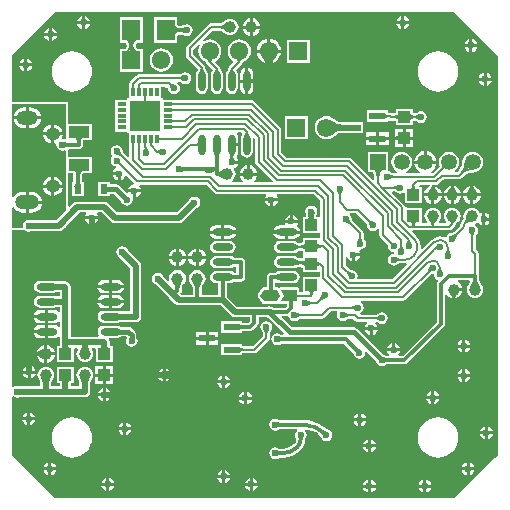
<source format=gbl>
%FSLAX25Y25*%
%MOIN*%
G70*
G01*
G75*
G04 Layer_Physical_Order=2*
G04 Layer_Color=16711680*
%ADD10C,0.00787*%
%ADD11C,0.01378*%
%ADD12C,0.01969*%
%ADD13C,0.02756*%
%ADD14C,0.02953*%
%ADD15C,0.01181*%
%ADD16C,0.01575*%
%ADD17O,0.01378X0.06693*%
%ADD18R,0.11811X0.11811*%
%ADD19C,0.05906*%
G04:AMPARAMS|DCode=20|XSize=59.06mil|YSize=68.9mil|CornerRadius=14.76mil|HoleSize=0mil|Usage=FLASHONLY|Rotation=270.000|XOffset=0mil|YOffset=0mil|HoleType=Round|Shape=RoundedRectangle|*
%AMROUNDEDRECTD20*
21,1,0.05906,0.03937,0,0,270.0*
21,1,0.02953,0.06890,0,0,270.0*
1,1,0.02953,-0.01969,-0.01476*
1,1,0.02953,-0.01969,0.01476*
1,1,0.02953,0.01969,0.01476*
1,1,0.02953,0.01969,-0.01476*
%
%ADD20ROUNDEDRECTD20*%
%ADD21R,0.06890X0.05906*%
%ADD22R,0.03347X0.04134*%
%ADD23R,0.05906X0.07087*%
%ADD24R,0.03937X0.03937*%
%ADD25C,0.03937*%
G04:AMPARAMS|DCode=26|XSize=59.06mil|YSize=47.24mil|CornerRadius=11.81mil|HoleSize=0mil|Usage=FLASHONLY|Rotation=90.000|XOffset=0mil|YOffset=0mil|HoleType=Round|Shape=RoundedRectangle|*
%AMROUNDEDRECTD26*
21,1,0.05906,0.02362,0,0,90.0*
21,1,0.03543,0.04724,0,0,90.0*
1,1,0.02362,0.01181,0.01772*
1,1,0.02362,0.01181,-0.01772*
1,1,0.02362,-0.01181,-0.01772*
1,1,0.02362,-0.01181,0.01772*
%
%ADD26ROUNDEDRECTD26*%
%ADD27R,0.05512X0.07874*%
%ADD28R,0.08661X0.09449*%
%ADD29R,0.06299X0.15748*%
%ADD30R,0.07480X0.08976*%
%ADD31R,0.07087X0.03937*%
%ADD32R,0.03937X0.03937*%
G04:AMPARAMS|DCode=33|XSize=118.11mil|YSize=35.43mil|CornerRadius=8.86mil|HoleSize=0mil|Usage=FLASHONLY|Rotation=90.000|XOffset=0mil|YOffset=0mil|HoleType=Round|Shape=RoundedRectangle|*
%AMROUNDEDRECTD33*
21,1,0.11811,0.01772,0,0,90.0*
21,1,0.10039,0.03543,0,0,90.0*
1,1,0.01772,0.00886,0.05020*
1,1,0.01772,0.00886,-0.05020*
1,1,0.01772,-0.00886,-0.05020*
1,1,0.01772,-0.00886,0.05020*
%
%ADD33ROUNDEDRECTD33*%
%ADD34O,0.05315X0.01575*%
%ADD35R,0.06693X0.09449*%
%ADD36R,0.07087X0.13780*%
%ADD37R,0.02480X0.03268*%
%ADD38R,0.03937X0.07874*%
%ADD39O,0.06693X0.01181*%
%ADD40O,0.01181X0.06693*%
%ADD41C,0.03937*%
%ADD42O,0.04724X0.04134*%
%ADD43O,0.07087X0.04921*%
%ADD44O,0.07874X0.04921*%
%ADD45R,0.06102X0.06102*%
%ADD46C,0.06102*%
%ADD47C,0.05315*%
%ADD48R,0.05315X0.05315*%
%ADD49C,0.02362*%
%ADD50C,0.00591*%
%ADD51R,0.02874X0.01181*%
%ADD52R,0.01181X0.02874*%
%ADD53R,0.09843X0.09843*%
%ADD54R,0.05512X0.02362*%
%ADD55O,0.07008X0.02362*%
%ADD56O,0.02362X0.07008*%
%ADD57R,0.00394X0.00394*%
G36*
X19685Y126268D02*
X19669D01*
Y121360D01*
X19268Y121146D01*
X18604Y121278D01*
X18445Y121574D01*
X18401Y121798D01*
X18539Y122132D01*
X18579Y122433D01*
X15756D01*
Y119867D01*
X16205Y119926D01*
X16483Y119629D01*
X16535Y119503D01*
X16493Y119291D01*
X16646Y118523D01*
X17081Y117872D01*
X17732Y117437D01*
X18500Y117284D01*
X19268Y117437D01*
X19685Y117214D01*
Y115244D01*
X19669D01*
Y109732D01*
X19685D01*
Y97240D01*
X16516Y94070D01*
X8104D01*
X8032Y94118D01*
X7264Y94271D01*
X6496Y94118D01*
X5845Y93683D01*
X5410Y93032D01*
X5257Y92264D01*
X5325Y91922D01*
X5007Y91535D01*
X1772D01*
Y98328D01*
X2262Y98426D01*
X2292Y98353D01*
X2847Y97630D01*
X3570Y97076D01*
X4411Y96727D01*
X5315Y96608D01*
X6291D01*
Y100098D01*
Y103589D01*
X5315D01*
X4411Y103470D01*
X3570Y103121D01*
X2847Y102567D01*
X2292Y101844D01*
X2262Y101771D01*
X1772Y101869D01*
Y127817D01*
X1780Y127818D01*
Y128678D01*
X1772Y128679D01*
Y132874D01*
X19685D01*
Y126268D01*
D02*
G37*
G36*
X163583Y149016D02*
Y148819D01*
Y15945D01*
X162598Y14961D01*
X149213Y1575D01*
X16142D01*
X1772Y15945D01*
Y35257D01*
X2213Y35493D01*
X2732Y35146D01*
X3500Y34993D01*
X4268Y35146D01*
X4340Y35194D01*
X26000D01*
X26691Y35331D01*
X27277Y35723D01*
X27669Y36309D01*
X27806Y37000D01*
Y40080D01*
X27807D01*
X27806Y40089D01*
Y40154D01*
X27937Y40469D01*
X27966Y40491D01*
X27973Y40483D01*
X28065Y40621D01*
X28407Y41067D01*
X28685Y41737D01*
X28780Y42457D01*
X28685Y43176D01*
X28407Y43846D01*
X27966Y44422D01*
X27390Y44864D01*
X26719Y45142D01*
X26000Y45236D01*
X25281Y45142D01*
X24610Y44864D01*
X24035Y44422D01*
X23593Y43846D01*
X23315Y43176D01*
X23220Y42457D01*
X23315Y41737D01*
X23593Y41067D01*
X23935Y40621D01*
X24022Y40491D01*
D01*
X24026Y40485D01*
X24026Y40485D01*
X24027Y40483D01*
X24034Y40491D01*
X24035Y40491D01*
D01*
X24063Y40469D01*
X24194Y40154D01*
Y40089D01*
X24193Y40080D01*
X24194D01*
Y38806D01*
X21306D01*
Y39701D01*
X22256D01*
Y45213D01*
X16744D01*
Y39701D01*
X17694D01*
Y38806D01*
X14806D01*
Y40080D01*
X14807D01*
X14806Y40089D01*
Y40154D01*
X14937Y40469D01*
X14965Y40491D01*
X14973Y40483D01*
X15065Y40621D01*
X15407Y41067D01*
X15685Y41737D01*
X15780Y42457D01*
X15685Y43176D01*
X15407Y43846D01*
X14965Y44422D01*
X14390Y44864D01*
X13719Y45142D01*
X13000Y45236D01*
X12281Y45142D01*
X11610Y44864D01*
X11034Y44422D01*
X10593Y43846D01*
X10315Y43176D01*
X10220Y42457D01*
X10315Y41737D01*
X10593Y41067D01*
X10935Y40621D01*
X11027Y40483D01*
X11034Y40491D01*
X11063Y40469D01*
X11194Y40154D01*
Y40089D01*
X11193Y40080D01*
X11194D01*
Y38806D01*
X4340D01*
X4268Y38854D01*
X3500Y39007D01*
X2732Y38854D01*
X2213Y38507D01*
X1772Y38743D01*
Y90733D01*
X5007D01*
X5046Y90740D01*
X5086Y90737D01*
X5199Y90771D01*
X5315Y90794D01*
X5348Y90816D01*
X5386Y90827D01*
X5477Y90902D01*
X5477Y90902D01*
Y90902D01*
X5845Y90845D01*
X5845Y90845D01*
Y90845D01*
X6496Y90409D01*
X7264Y90257D01*
X8032Y90409D01*
X8104Y90457D01*
X17264D01*
X17955Y90595D01*
X18541Y90987D01*
X19090Y91535D01*
X19685D01*
Y92131D01*
X24248Y96694D01*
X26242D01*
X26478Y96253D01*
X26209Y95851D01*
X26139Y95500D01*
X30388D01*
X30318Y95851D01*
X30050Y96253D01*
X30286Y96694D01*
X31752D01*
X34723Y93723D01*
X35309Y93331D01*
X36000Y93194D01*
X57500D01*
X58191Y93331D01*
X58777Y93723D01*
X63183Y98129D01*
X63268Y98146D01*
X63919Y98581D01*
X64354Y99232D01*
X64507Y100000D01*
X64354Y100768D01*
X63919Y101419D01*
X63268Y101854D01*
X62500Y102007D01*
X61732Y101854D01*
X61081Y101419D01*
X60646Y100768D01*
X60629Y100683D01*
X56752Y96806D01*
X36748D01*
X33777Y99777D01*
X33191Y100169D01*
X32500Y100306D01*
X23500D01*
X22809Y100169D01*
X22223Y99777D01*
X20950Y98504D01*
X20488Y98696D01*
Y109732D01*
X22205D01*
Y108243D01*
X22203Y108221D01*
X22205D01*
Y106921D01*
X21583D01*
Y102079D01*
X25638D01*
Y106921D01*
X25015D01*
Y108257D01*
X25121Y109064D01*
X25398Y109732D01*
X28331D01*
Y115244D01*
X20488D01*
Y117214D01*
X20465Y117330D01*
X20453Y117447D01*
X20448Y117457D01*
X20526Y117587D01*
X20973Y117886D01*
X24000D01*
X24538Y117993D01*
X24994Y118298D01*
X25298Y118754D01*
X25405Y119291D01*
X25405Y119291D01*
X25405Y119291D01*
Y119291D01*
Y120185D01*
X25418D01*
X25407Y120269D01*
X25504Y120756D01*
X28331D01*
Y126268D01*
X20488D01*
Y132874D01*
X20427Y133181D01*
X20253Y133442D01*
X19992Y133616D01*
X19685Y133677D01*
X1772D01*
Y149016D01*
X16142Y163386D01*
X149213D01*
X163583Y149016D01*
D02*
G37*
%LPC*%
G36*
X151862Y44447D02*
X151511Y44377D01*
X150790Y43895D01*
X150308Y43174D01*
X150238Y42823D01*
X151862D01*
Y44447D01*
D02*
G37*
G36*
X152862D02*
Y42823D01*
X154487D01*
X154417Y43174D01*
X153935Y43895D01*
X153213Y44377D01*
X152862Y44447D01*
D02*
G37*
G36*
X9624Y43000D02*
X8000D01*
Y41376D01*
X8351Y41445D01*
X9072Y41927D01*
X9555Y42649D01*
X9624Y43000D01*
D02*
G37*
G36*
X71791Y42408D02*
X71440Y42338D01*
X70719Y41856D01*
X70237Y41135D01*
X70167Y40784D01*
X71791D01*
Y42408D01*
D02*
G37*
G36*
X72791D02*
Y40784D01*
X74416D01*
X74346Y41135D01*
X73864Y41856D01*
X73142Y42338D01*
X72791Y42408D01*
D02*
G37*
G36*
X7000Y43000D02*
X5376D01*
X5446Y42649D01*
X5928Y41927D01*
X6649Y41445D01*
X7000Y41376D01*
Y43000D01*
D02*
G37*
G36*
X53000Y44624D02*
Y43000D01*
X54624D01*
X54554Y43351D01*
X54072Y44072D01*
X53351Y44555D01*
X53000Y44624D01*
D02*
G37*
G36*
X7000Y45624D02*
X6649Y45555D01*
X5928Y45072D01*
X5446Y44351D01*
X5376Y44000D01*
X7000D01*
Y45624D01*
D02*
G37*
G36*
X8000D02*
Y44000D01*
X9624D01*
X9555Y44351D01*
X9072Y45072D01*
X8351Y45555D01*
X8000Y45624D01*
D02*
G37*
G36*
X32000Y45425D02*
X29531D01*
Y42957D01*
X32000D01*
Y45425D01*
D02*
G37*
G36*
X35469D02*
X33000D01*
Y42957D01*
X35469D01*
Y45425D01*
D02*
G37*
G36*
X52000Y44624D02*
X51649Y44555D01*
X50928Y44072D01*
X50445Y43351D01*
X50376Y43000D01*
X52000D01*
Y44624D01*
D02*
G37*
G36*
X54624Y42000D02*
X53000D01*
Y40376D01*
X53351Y40445D01*
X54072Y40927D01*
X54554Y41649D01*
X54624Y42000D01*
D02*
G37*
G36*
X142500Y37124D02*
Y35500D01*
X144124D01*
X144054Y35851D01*
X143572Y36573D01*
X142851Y37055D01*
X142500Y37124D01*
D02*
G37*
G36*
X32000Y38124D02*
X31649Y38055D01*
X30928Y37573D01*
X30445Y36851D01*
X30376Y36500D01*
X32000D01*
Y38124D01*
D02*
G37*
G36*
X33000D02*
Y36500D01*
X34624D01*
X34555Y36851D01*
X34073Y37573D01*
X33351Y38055D01*
X33000Y38124D01*
D02*
G37*
G36*
X79028Y36967D02*
X78676Y36897D01*
X77955Y36415D01*
X77473Y35693D01*
X77403Y35342D01*
X79028D01*
Y36967D01*
D02*
G37*
G36*
X80028D02*
Y35342D01*
X81652D01*
X81582Y35693D01*
X81100Y36415D01*
X80379Y36897D01*
X80028Y36967D01*
D02*
G37*
G36*
X141500Y37124D02*
X141149Y37055D01*
X140427Y36573D01*
X139945Y35851D01*
X139876Y35500D01*
X141500D01*
Y37124D01*
D02*
G37*
G36*
X71791Y39783D02*
X70167D01*
X70237Y39432D01*
X70719Y38711D01*
X71440Y38229D01*
X71791Y38159D01*
Y39783D01*
D02*
G37*
G36*
X151862Y41823D02*
X150238D01*
X150308Y41472D01*
X150790Y40750D01*
X151511Y40268D01*
X151862Y40198D01*
Y41823D01*
D02*
G37*
G36*
X154487D02*
X152862D01*
Y40198D01*
X153213Y40268D01*
X153935Y40750D01*
X154417Y41472D01*
X154487Y41823D01*
D02*
G37*
G36*
X52000Y42000D02*
X50376D01*
X50445Y41649D01*
X50928Y40927D01*
X51649Y40445D01*
X52000Y40376D01*
Y42000D01*
D02*
G37*
G36*
X74416Y39783D02*
X72791D01*
Y38159D01*
X73142Y38229D01*
X73864Y38711D01*
X74346Y39432D01*
X74416Y39783D01*
D02*
G37*
G36*
X32000Y41957D02*
X29531D01*
Y39488D01*
X32000D01*
Y41957D01*
D02*
G37*
G36*
X35469D02*
X33000D01*
Y39488D01*
X35469D01*
Y41957D01*
D02*
G37*
G36*
X12500Y49043D02*
X10072D01*
X10108Y48768D01*
X10407Y48046D01*
X10883Y47426D01*
X11503Y46950D01*
X12225Y46651D01*
X12500Y46615D01*
Y49043D01*
D02*
G37*
G36*
X39077Y66500D02*
X35130D01*
Y64776D01*
X36953D01*
X37804Y64946D01*
X38525Y65428D01*
X39007Y66149D01*
X39077Y66500D01*
D02*
G37*
G36*
X34130Y69224D02*
X32307D01*
X31456Y69055D01*
X30735Y68572D01*
X30253Y67851D01*
X30183Y67500D01*
X34130D01*
Y69224D01*
D02*
G37*
G36*
X36953D02*
X35130D01*
Y67500D01*
X39077D01*
X39007Y67851D01*
X38525Y68572D01*
X37804Y69055D01*
X36953Y69224D01*
D02*
G37*
G36*
X34130Y66500D02*
X30183D01*
X30253Y66149D01*
X30735Y65428D01*
X31456Y64946D01*
X32307Y64776D01*
X34130D01*
Y66500D01*
D02*
G37*
G36*
X12870Y61500D02*
X8923D01*
X8993Y61149D01*
X9475Y60427D01*
X10196Y59945D01*
X11047Y59776D01*
X12870D01*
Y61500D01*
D02*
G37*
G36*
Y64224D02*
X11047D01*
X10196Y64055D01*
X9475Y63573D01*
X8993Y62851D01*
X8923Y62500D01*
X12870D01*
Y64224D01*
D02*
G37*
G36*
X38500Y85507D02*
X37732Y85354D01*
X37081Y84919D01*
X36646Y84268D01*
X36493Y83500D01*
X36646Y82732D01*
X37081Y82081D01*
X37732Y81646D01*
X37817Y81629D01*
X41194Y78252D01*
Y63806D01*
X37793D01*
X37721Y63854D01*
X36953Y64007D01*
X32307D01*
X31539Y63854D01*
X30888Y63419D01*
X30453Y62768D01*
X30300Y62000D01*
X30453Y61232D01*
X30888Y60581D01*
X31539Y60146D01*
X32307Y59993D01*
X36953D01*
X37721Y60146D01*
X37793Y60194D01*
X43000D01*
X43691Y60331D01*
X44277Y60723D01*
X44669Y61309D01*
X44806Y62000D01*
X44806Y62000D01*
X44806Y62000D01*
Y62000D01*
Y79000D01*
X44669Y79691D01*
X44277Y80277D01*
X40371Y84184D01*
X40354Y84268D01*
X39919Y84919D01*
X39268Y85354D01*
X38500Y85507D01*
D02*
G37*
G36*
X34130Y74224D02*
X32307D01*
X31456Y74054D01*
X30735Y73572D01*
X30253Y72851D01*
X30183Y72500D01*
X34130D01*
Y74224D01*
D02*
G37*
G36*
X36953D02*
X35130D01*
Y72500D01*
X39077D01*
X39007Y72851D01*
X38525Y73572D01*
X37804Y74054D01*
X36953Y74224D01*
D02*
G37*
G36*
X56390Y81264D02*
X53961D01*
X53998Y80989D01*
X54297Y80267D01*
X54773Y79647D01*
X55393Y79171D01*
X56115Y78872D01*
X56390Y78835D01*
Y81264D01*
D02*
G37*
G36*
X39077Y71500D02*
X35130D01*
Y69776D01*
X36953D01*
X37804Y69946D01*
X38525Y70428D01*
X39007Y71149D01*
X39077Y71500D01*
D02*
G37*
G36*
X151885Y70500D02*
X149457D01*
Y68072D01*
X149732Y68108D01*
X150454Y68407D01*
X151074Y68883D01*
X151550Y69503D01*
X151849Y70225D01*
X151885Y70500D01*
D02*
G37*
G36*
X15693Y74007D02*
X11047D01*
X10279Y73854D01*
X9628Y73419D01*
X9193Y72768D01*
X9040Y72000D01*
X9193Y71232D01*
X9628Y70581D01*
X10279Y70146D01*
X11047Y69993D01*
X15693D01*
X16461Y70146D01*
X16533Y70194D01*
X17694D01*
Y69500D01*
Y68806D01*
X16533D01*
X16461Y68854D01*
X15693Y69007D01*
X11047D01*
X10279Y68854D01*
X9628Y68419D01*
X9193Y67768D01*
X9040Y67000D01*
X9193Y66232D01*
X9628Y65581D01*
X10279Y65146D01*
X11047Y64993D01*
X15693D01*
X16461Y65146D01*
X16533Y65194D01*
X17694D01*
Y63817D01*
X17253Y63581D01*
X16544Y64055D01*
X15693Y64224D01*
X13870D01*
Y62000D01*
Y59776D01*
X15693D01*
X16544Y59945D01*
X17253Y60419D01*
X17694Y60183D01*
Y58817D01*
X17253Y58581D01*
X16544Y59054D01*
X15693Y59224D01*
X13870D01*
Y57000D01*
Y54776D01*
X15693D01*
X16544Y54945D01*
X17253Y55419D01*
X17694Y55183D01*
Y53500D01*
Y52299D01*
X16744D01*
Y46787D01*
X22256D01*
Y51320D01*
X22627Y51655D01*
X23525Y51562D01*
X23723Y51103D01*
X23593Y50933D01*
X23315Y50263D01*
X23220Y49543D01*
X23315Y48824D01*
X23593Y48153D01*
X24035Y47578D01*
X24610Y47136D01*
X25281Y46858D01*
X26000Y46764D01*
X26719Y46858D01*
X27390Y47136D01*
X27966Y47578D01*
X28407Y48153D01*
X28685Y48824D01*
X28780Y49543D01*
X28685Y50263D01*
X28407Y50933D01*
X28277Y51103D01*
X28475Y51562D01*
X29373Y51655D01*
X29744Y51320D01*
Y46787D01*
X35256D01*
Y52299D01*
X34306D01*
Y53500D01*
X34169Y54191D01*
X33928Y54552D01*
X34163Y54993D01*
X36953D01*
X37721Y55146D01*
X38093Y55394D01*
X39731D01*
X39967Y54953D01*
X39764Y54650D01*
X39611Y53882D01*
X39764Y53114D01*
X40199Y52463D01*
X40850Y52028D01*
X41618Y51875D01*
X42386Y52028D01*
X43037Y52463D01*
X43472Y53114D01*
X43625Y53882D01*
X43472Y54650D01*
X43224Y55022D01*
Y55882D01*
X43224Y55882D01*
X43122Y56394D01*
X43102Y56496D01*
X42753Y57017D01*
X42753Y57017D01*
X41635Y58135D01*
X41115Y58483D01*
X41012Y58504D01*
X40500Y58606D01*
X40500Y58606D01*
X38093D01*
X37721Y58854D01*
X36953Y59007D01*
X32307D01*
X31539Y58854D01*
X30888Y58419D01*
X30453Y57768D01*
X30300Y57000D01*
X30453Y56232D01*
X30777Y55747D01*
X30541Y55306D01*
X21306D01*
Y67000D01*
Y69500D01*
Y72000D01*
X21169Y72691D01*
X20777Y73277D01*
X20191Y73669D01*
X19500Y73806D01*
X16533D01*
X16461Y73854D01*
X15693Y74007D01*
D02*
G37*
G36*
X34130Y71500D02*
X30183D01*
X30253Y71149D01*
X30735Y70428D01*
X31456Y69946D01*
X32307Y69776D01*
X34130D01*
Y71500D01*
D02*
G37*
G36*
X13500Y52472D02*
Y50043D01*
X15928D01*
X15892Y50318D01*
X15593Y51040D01*
X15117Y51661D01*
X14497Y52136D01*
X13775Y52435D01*
X13500Y52472D01*
D02*
G37*
G36*
X86500Y60507D02*
X85732Y60354D01*
X85081Y59919D01*
X84646Y59268D01*
X84493Y58500D01*
X84646Y57732D01*
X85081Y57081D01*
X85098Y57069D01*
X85296Y56774D01*
Y55499D01*
X82021Y52224D01*
X78543D01*
Y52988D01*
X71457D01*
Y49051D01*
X78543D01*
Y49815D01*
X82520D01*
X82520Y49815D01*
X82981Y49907D01*
X83371Y50168D01*
X87352Y54149D01*
X87613Y54539D01*
X87704Y55000D01*
X87704Y55000D01*
Y56774D01*
X87902Y57069D01*
X87919Y57081D01*
X88354Y57732D01*
X88507Y58500D01*
X88354Y59268D01*
X87919Y59919D01*
X87268Y60354D01*
X86500Y60507D01*
D02*
G37*
G36*
X66232Y54260D02*
X62976D01*
Y52579D01*
X66232D01*
Y54260D01*
D02*
G37*
G36*
X12500Y52472D02*
X12225Y52435D01*
X11503Y52136D01*
X10883Y51661D01*
X10407Y51040D01*
X10108Y50318D01*
X10072Y50043D01*
X12500D01*
Y52472D01*
D02*
G37*
G36*
X15928Y49043D02*
X13500D01*
Y46615D01*
X13775Y46651D01*
X14497Y46950D01*
X15117Y47426D01*
X15593Y48046D01*
X15892Y48768D01*
X15928Y49043D01*
D02*
G37*
G36*
X151862Y51665D02*
X150238D01*
X150308Y51314D01*
X150790Y50593D01*
X151511Y50111D01*
X151862Y50041D01*
Y51665D01*
D02*
G37*
G36*
X154487D02*
X152862D01*
Y50041D01*
X153213Y50111D01*
X153935Y50593D01*
X154417Y51314D01*
X154487Y51665D01*
D02*
G37*
G36*
X66232Y56941D02*
X62976D01*
Y55260D01*
X66232D01*
Y56941D01*
D02*
G37*
G36*
X70488D02*
X67232D01*
Y55260D01*
X70488D01*
Y56941D01*
D02*
G37*
G36*
X12870Y59224D02*
X11047D01*
X10196Y59054D01*
X9475Y58573D01*
X8993Y57851D01*
X8923Y57500D01*
X12870D01*
Y59224D01*
D02*
G37*
G36*
Y56500D02*
X8923D01*
X8993Y56149D01*
X9475Y55427D01*
X10196Y54945D01*
X11047Y54776D01*
X12870D01*
Y56500D01*
D02*
G37*
G36*
X70488Y54260D02*
X67232D01*
Y52579D01*
X70488D01*
Y54260D01*
D02*
G37*
G36*
X151862Y54290D02*
X151511Y54220D01*
X150790Y53738D01*
X150308Y53016D01*
X150238Y52665D01*
X151862D01*
Y54290D01*
D02*
G37*
G36*
X152862D02*
Y52665D01*
X154487D01*
X154417Y53016D01*
X153935Y53738D01*
X153213Y54220D01*
X152862Y54290D01*
D02*
G37*
G36*
X13870Y10721D02*
X12246D01*
X12315Y10369D01*
X12798Y9648D01*
X13519Y9166D01*
X13870Y9096D01*
Y10721D01*
D02*
G37*
G36*
X16495D02*
X14870D01*
Y9096D01*
X15221Y9166D01*
X15943Y9648D01*
X16425Y10369D01*
X16495Y10721D01*
D02*
G37*
G36*
X153240D02*
X151616D01*
X151686Y10369D01*
X152168Y9648D01*
X152889Y9166D01*
X153240Y9096D01*
Y10721D01*
D02*
G37*
G36*
X81996Y8227D02*
Y6602D01*
X83620D01*
X83551Y6953D01*
X83069Y7675D01*
X82347Y8157D01*
X81996Y8227D01*
D02*
G37*
G36*
X33161D02*
X32810Y8157D01*
X32089Y7675D01*
X31607Y6953D01*
X31537Y6602D01*
X33161D01*
Y8227D01*
D02*
G37*
G36*
X34161D02*
Y6602D01*
X35786D01*
X35716Y6953D01*
X35234Y7675D01*
X34512Y8157D01*
X34161Y8227D01*
D02*
G37*
G36*
X80996D02*
X80645Y8157D01*
X79924Y7675D01*
X79441Y6953D01*
X79372Y6602D01*
X80996D01*
Y8227D01*
D02*
G37*
G36*
X14870Y13345D02*
Y11721D01*
X16495D01*
X16425Y12071D01*
X15943Y12793D01*
X15221Y13275D01*
X14870Y13345D01*
D02*
G37*
G36*
X153240D02*
X152889Y13275D01*
X152168Y12793D01*
X151686Y12071D01*
X151616Y11721D01*
X153240D01*
Y13345D01*
D02*
G37*
G36*
X154240D02*
Y11721D01*
X155865D01*
X155795Y12071D01*
X155313Y12793D01*
X154591Y13275D01*
X154240Y13345D01*
D02*
G37*
G36*
X13870D02*
X13519Y13275D01*
X12798Y12793D01*
X12315Y12071D01*
X12246Y11721D01*
X13870D01*
Y13345D01*
D02*
G37*
G36*
X155865Y10721D02*
X154240D01*
Y9096D01*
X154591Y9166D01*
X155313Y9648D01*
X155795Y10369D01*
X155865Y10721D01*
D02*
G37*
G36*
X71791Y10833D02*
X71440Y10763D01*
X70719Y10281D01*
X70237Y9560D01*
X70167Y9209D01*
X71791D01*
Y10833D01*
D02*
G37*
G36*
X72791D02*
Y9209D01*
X74416D01*
X74346Y9560D01*
X73864Y10281D01*
X73142Y10763D01*
X72791Y10833D01*
D02*
G37*
G36*
X33161Y5602D02*
X31537D01*
X31607Y5251D01*
X32089Y4530D01*
X32810Y4048D01*
X33161Y3978D01*
Y5602D01*
D02*
G37*
G36*
X35786D02*
X34161D01*
Y3978D01*
X34512Y4048D01*
X35234Y4530D01*
X35716Y5251D01*
X35786Y5602D01*
D02*
G37*
G36*
X80996D02*
X79372D01*
X79441Y5251D01*
X79924Y4530D01*
X80645Y4048D01*
X80996Y3978D01*
Y5602D01*
D02*
G37*
G36*
X141495Y5012D02*
X139870D01*
Y3387D01*
X140221Y3457D01*
X140943Y3939D01*
X141425Y4661D01*
X141495Y5012D01*
D02*
G37*
G36*
X120366D02*
X118742D01*
X118812Y4661D01*
X119294Y3939D01*
X120015Y3457D01*
X120366Y3387D01*
Y5012D01*
D02*
G37*
G36*
X122991D02*
X121366D01*
Y3387D01*
X121717Y3457D01*
X122439Y3939D01*
X122921Y4661D01*
X122991Y5012D01*
D02*
G37*
G36*
X138870D02*
X137246D01*
X137315Y4661D01*
X137798Y3939D01*
X138519Y3457D01*
X138870Y3387D01*
Y5012D01*
D02*
G37*
G36*
X139870Y7636D02*
Y6012D01*
X141495D01*
X141425Y6363D01*
X140943Y7084D01*
X140221Y7566D01*
X139870Y7636D01*
D02*
G37*
G36*
X71791Y8209D02*
X70167D01*
X70237Y7858D01*
X70719Y7136D01*
X71440Y6654D01*
X71791Y6584D01*
Y8209D01*
D02*
G37*
G36*
X74416D02*
X72791D01*
Y6584D01*
X73142Y6654D01*
X73864Y7136D01*
X74346Y7858D01*
X74416Y8209D01*
D02*
G37*
G36*
X138870Y7636D02*
X138519Y7566D01*
X137798Y7084D01*
X137315Y6363D01*
X137246Y6012D01*
X138870D01*
Y7636D01*
D02*
G37*
G36*
X83620Y5602D02*
X81996D01*
Y3978D01*
X82347Y4048D01*
X83069Y4530D01*
X83551Y5251D01*
X83620Y5602D01*
D02*
G37*
G36*
X120366Y7636D02*
X120015Y7566D01*
X119294Y7084D01*
X118812Y6363D01*
X118742Y6012D01*
X120366D01*
Y7636D01*
D02*
G37*
G36*
X121366D02*
Y6012D01*
X122991D01*
X122921Y6363D01*
X122439Y7084D01*
X121717Y7566D01*
X121366Y7636D01*
D02*
G37*
G36*
X21653Y28379D02*
X20341Y28250D01*
X19080Y27867D01*
X17917Y27246D01*
X16898Y26409D01*
X16061Y25390D01*
X15440Y24227D01*
X15057Y22966D01*
X14928Y21654D01*
X15057Y20342D01*
X15440Y19080D01*
X16061Y17918D01*
X16898Y16898D01*
X17917Y16062D01*
X19080Y15440D01*
X20341Y15058D01*
X21653Y14929D01*
X22965Y15058D01*
X24227Y15440D01*
X25390Y16062D01*
X26409Y16898D01*
X27245Y17918D01*
X27867Y19080D01*
X28249Y20342D01*
X28378Y21654D01*
X28249Y22966D01*
X27867Y24227D01*
X27245Y25390D01*
X26409Y26409D01*
X25390Y27246D01*
X24227Y27867D01*
X22965Y28250D01*
X21653Y28379D01*
D02*
G37*
G36*
X117217Y29683D02*
X116866Y29614D01*
X116144Y29131D01*
X115662Y28410D01*
X115592Y28059D01*
X117217D01*
Y29683D01*
D02*
G37*
G36*
X118217D02*
Y28059D01*
X119841D01*
X119771Y28410D01*
X119289Y29131D01*
X118568Y29614D01*
X118217Y29683D01*
D02*
G37*
G36*
X6784Y30077D02*
X6432Y30007D01*
X5711Y29525D01*
X5229Y28804D01*
X5159Y28453D01*
X6784D01*
Y30077D01*
D02*
G37*
G36*
X9408Y27453D02*
X7784D01*
Y25828D01*
X8134Y25898D01*
X8856Y26380D01*
X9338Y27102D01*
X9408Y27453D01*
D02*
G37*
G36*
X117217Y27059D02*
X115592D01*
X115662Y26708D01*
X116144Y25987D01*
X116866Y25504D01*
X117217Y25435D01*
Y27059D01*
D02*
G37*
G36*
X119841D02*
X118217D01*
Y25435D01*
X118568Y25504D01*
X119289Y25987D01*
X119771Y26708D01*
X119841Y27059D01*
D02*
G37*
G36*
X6784Y27453D02*
X5159D01*
X5229Y27102D01*
X5711Y26380D01*
X6432Y25898D01*
X6784Y25828D01*
Y27453D01*
D02*
G37*
G36*
X144124Y34500D02*
X142500D01*
Y32876D01*
X142851Y32945D01*
X143572Y33428D01*
X144054Y34149D01*
X144124Y34500D01*
D02*
G37*
G36*
X32000Y35500D02*
X30376D01*
X30445Y35149D01*
X30928Y34427D01*
X31649Y33945D01*
X32000Y33876D01*
Y35500D01*
D02*
G37*
G36*
X34624D02*
X33000D01*
Y33876D01*
X33351Y33945D01*
X34073Y34427D01*
X34555Y35149D01*
X34624Y35500D01*
D02*
G37*
G36*
X141500Y34500D02*
X139876D01*
X139945Y34149D01*
X140427Y33428D01*
X141149Y32945D01*
X141500Y32876D01*
Y34500D01*
D02*
G37*
G36*
X7784Y30077D02*
Y28453D01*
X9408D01*
X9338Y28804D01*
X8856Y29525D01*
X8134Y30007D01*
X7784Y30077D01*
D02*
G37*
G36*
X79028Y34343D02*
X77403D01*
X77473Y33992D01*
X77955Y33270D01*
X78676Y32788D01*
X79028Y32718D01*
Y34343D01*
D02*
G37*
G36*
X81652D02*
X80028D01*
Y32718D01*
X80379Y32788D01*
X81100Y33270D01*
X81582Y33992D01*
X81652Y34343D01*
D02*
G37*
G36*
X121366Y21022D02*
Y19398D01*
X122991D01*
X122921Y19749D01*
X122439Y20470D01*
X121717Y20952D01*
X121366Y21022D01*
D02*
G37*
G36*
X89500Y28007D02*
X88732Y27854D01*
X88081Y27419D01*
X87646Y26768D01*
X87493Y26000D01*
X87646Y25232D01*
X88081Y24581D01*
X88732Y24146D01*
X89500Y23993D01*
X90268Y24146D01*
X90764Y24477D01*
X90806Y24495D01*
X96581D01*
X96726Y24016D01*
X96581Y23919D01*
X96146Y23268D01*
X95993Y22500D01*
X96146Y21732D01*
X96477Y21236D01*
X96501Y21179D01*
X96334Y20343D01*
X95841Y19605D01*
X95786Y19568D01*
X95744Y19505D01*
X94693Y18699D01*
X93400Y18163D01*
X92088Y17990D01*
X92013Y18005D01*
X90806D01*
X90764Y18023D01*
X90268Y18354D01*
X89500Y18507D01*
X88732Y18354D01*
X88081Y17919D01*
X87646Y17268D01*
X87493Y16500D01*
X87646Y15732D01*
X88081Y15081D01*
X88732Y14646D01*
X89500Y14493D01*
X90268Y14646D01*
X90764Y14977D01*
X90806Y14995D01*
X92013D01*
Y14983D01*
X93643Y15144D01*
X95211Y15620D01*
X96656Y16392D01*
X97923Y17432D01*
X97927Y17427D01*
X98793Y18555D01*
X99337Y19869D01*
X99515Y21216D01*
X99523Y21236D01*
X99854Y21732D01*
X100007Y22500D01*
X99854Y23268D01*
X99419Y23919D01*
X99327Y23981D01*
X99495Y24452D01*
X100519Y24351D01*
X102116Y23866D01*
X103588Y23080D01*
X103802Y22904D01*
X104099Y22460D01*
X104410Y22252D01*
X104388Y22214D01*
X104387Y22214D01*
X104388Y22214D01*
D01*
X104548Y22000D01*
D01*
X104599Y21968D01*
X104646Y21732D01*
X105081Y21081D01*
X105732Y20646D01*
X106500Y20493D01*
X107268Y20646D01*
X107919Y21081D01*
X108354Y21732D01*
X108507Y22500D01*
X108354Y23268D01*
X107919Y23919D01*
X107268Y24354D01*
X106589Y24489D01*
X105624Y25313D01*
X104084Y26257D01*
X102415Y26948D01*
X100659Y27370D01*
X98858Y27512D01*
Y27505D01*
X90806D01*
X90764Y27523D01*
X90268Y27854D01*
X89500Y28007D01*
D02*
G37*
G36*
X159343Y22728D02*
X157718D01*
X157788Y22377D01*
X158270Y21656D01*
X158992Y21174D01*
X159343Y21104D01*
Y22728D01*
D02*
G37*
G36*
X120366Y21022D02*
X120015Y20952D01*
X119294Y20470D01*
X118812Y19749D01*
X118742Y19398D01*
X120366D01*
Y21022D01*
D02*
G37*
G36*
X143700Y28379D02*
X142388Y28250D01*
X141127Y27867D01*
X139964Y27246D01*
X138945Y26409D01*
X138109Y25390D01*
X137487Y24227D01*
X137104Y22966D01*
X136975Y21654D01*
X137104Y20342D01*
X137487Y19080D01*
X138109Y17918D01*
X138945Y16898D01*
X139964Y16062D01*
X141127Y15440D01*
X142388Y15058D01*
X143700Y14929D01*
X145012Y15058D01*
X146274Y15440D01*
X147437Y16062D01*
X148456Y16898D01*
X149292Y17918D01*
X149914Y19080D01*
X150296Y20342D01*
X150426Y21654D01*
X150296Y22966D01*
X149914Y24227D01*
X149292Y25390D01*
X148456Y26409D01*
X147437Y27246D01*
X146274Y27867D01*
X145012Y28250D01*
X143700Y28379D01*
D02*
G37*
G36*
X120366Y18398D02*
X118742D01*
X118812Y18047D01*
X119294Y17325D01*
X120015Y16843D01*
X120366Y16773D01*
Y18398D01*
D02*
G37*
G36*
X122991D02*
X121366D01*
Y16773D01*
X121717Y16843D01*
X122439Y17325D01*
X122921Y18047D01*
X122991Y18398D01*
D02*
G37*
G36*
X160343Y25353D02*
Y23728D01*
X161967D01*
X161897Y24079D01*
X161415Y24801D01*
X160694Y25283D01*
X160343Y25353D01*
D02*
G37*
G36*
X38870Y26731D02*
X38519Y26661D01*
X37798Y26179D01*
X37315Y25457D01*
X37246Y25106D01*
X38870D01*
Y26731D01*
D02*
G37*
G36*
X39870D02*
Y25106D01*
X41495D01*
X41425Y25457D01*
X40943Y26179D01*
X40221Y26661D01*
X39870Y26731D01*
D02*
G37*
G36*
X159343Y25353D02*
X158992Y25283D01*
X158270Y24801D01*
X157788Y24079D01*
X157718Y23728D01*
X159343D01*
Y25353D01*
D02*
G37*
G36*
X161967Y22728D02*
X160343D01*
Y21104D01*
X160694Y21174D01*
X161415Y21656D01*
X161897Y22377D01*
X161967Y22728D01*
D02*
G37*
G36*
X38870Y24106D02*
X37246D01*
X37315Y23755D01*
X37798Y23034D01*
X38519Y22552D01*
X38870Y22482D01*
Y24106D01*
D02*
G37*
G36*
X41495D02*
X39870D01*
Y22482D01*
X40221Y22552D01*
X40943Y23034D01*
X41425Y23755D01*
X41495Y24106D01*
D02*
G37*
G36*
X158949Y140642D02*
X157325D01*
X157394Y140291D01*
X157876Y139569D01*
X158598Y139087D01*
X158949Y139017D01*
Y140642D01*
D02*
G37*
G36*
X161573D02*
X159949D01*
Y139017D01*
X160300Y139087D01*
X161021Y139569D01*
X161503Y140291D01*
X161573Y140642D01*
D02*
G37*
G36*
X59500Y143507D02*
X58732Y143354D01*
X58081Y142919D01*
X58078Y142916D01*
X57860Y142770D01*
X57599Y142718D01*
Y142704D01*
X43995D01*
X43534Y142613D01*
X43143Y142351D01*
X41212Y140420D01*
X40950Y140029D01*
X40859Y139568D01*
X40859Y139568D01*
Y138961D01*
X40685D01*
Y134921D01*
X40079D01*
Y134315D01*
X36039D01*
Y131559D01*
Y129591D01*
Y127622D01*
Y125654D01*
Y123685D01*
X40079D01*
Y123079D01*
X40685D01*
Y119039D01*
X40859D01*
Y115429D01*
X40397Y115237D01*
X39136Y116498D01*
X39141Y116504D01*
X39096Y116538D01*
X38675Y116960D01*
X38682Y116966D01*
X38619Y117117D01*
X38621Y117126D01*
X38469Y117894D01*
X38033Y118545D01*
X37382Y118980D01*
X36614Y119133D01*
X35846Y118980D01*
X35195Y118545D01*
X34760Y117894D01*
X34607Y117126D01*
X34760Y116358D01*
X35195Y115707D01*
Y115396D01*
X34760Y114744D01*
X34607Y113976D01*
X34760Y113208D01*
X35195Y112557D01*
X35846Y112122D01*
X36235Y112045D01*
X36332Y111554D01*
X35829Y111218D01*
X35347Y110497D01*
X35277Y110146D01*
X37402D01*
Y109646D01*
X37902D01*
Y107521D01*
X38253Y107591D01*
X38974Y108073D01*
X39456Y108795D01*
D01*
D01*
X39954Y108843D01*
X42229Y106568D01*
X42084Y106089D01*
X41692Y106011D01*
X40971Y105529D01*
X40489Y104808D01*
X40419Y104457D01*
X44668D01*
X44598Y104808D01*
X44194Y105413D01*
X44429Y105854D01*
X66656D01*
X69361Y103148D01*
X69361Y103148D01*
X69752Y102887D01*
X69752Y102887D01*
X69752Y102887D01*
D01*
X69752Y102887D01*
X69752Y102887D01*
X70213Y102796D01*
X70213Y102796D01*
X86246D01*
X86482Y102355D01*
X86134Y101835D01*
X86065Y101484D01*
X90313D01*
X90244Y101835D01*
X89896Y102355D01*
X90132Y102796D01*
X102391D01*
X104403Y100783D01*
Y95299D01*
X104403D01*
X104256D01*
X104050Y95299D01*
X104050Y95299D01*
Y95299D01*
X103451D01*
X103133Y95686D01*
X103172Y95881D01*
X103246Y95992D01*
X103246Y95992D01*
X103233Y96050D01*
X103354Y96232D01*
X103507Y97000D01*
X103354Y97768D01*
X102919Y98419D01*
X102268Y98854D01*
X101500Y99007D01*
X100732Y98854D01*
X100081Y98419D01*
X99646Y97768D01*
X99493Y97000D01*
X99646Y96232D01*
X99767Y96050D01*
X99754Y95992D01*
X99754Y95992D01*
X99828Y95881D01*
X99866Y95686D01*
X99549Y95299D01*
X98744D01*
Y89787D01*
X104050D01*
X104050Y89787D01*
Y89787D01*
X104256Y89787D01*
X104403Y89640D01*
Y88213D01*
X104256D01*
Y88213D01*
X98744D01*
Y86831D01*
X97944Y86499D01*
X97381Y86425D01*
X97269Y86447D01*
X97052Y86593D01*
X97049Y86596D01*
X96398Y87032D01*
X95630Y87184D01*
X90984D01*
X90216Y87032D01*
X89565Y86596D01*
X89130Y85945D01*
X88977Y85177D01*
X89130Y84409D01*
X89565Y83758D01*
X90216Y83323D01*
X90984Y83170D01*
X95630D01*
X96398Y83323D01*
X97049Y83758D01*
X97052Y83762D01*
X97269Y83907D01*
X97531Y83959D01*
Y83969D01*
Y83973D01*
X98397D01*
X98744Y83904D01*
Y82701D01*
X98744Y82701D01*
X98744Y82299D01*
X98744D01*
Y81381D01*
X98237D01*
X98069Y81403D01*
Y81381D01*
X97531D01*
Y81385D01*
Y81395D01*
X97269Y81447D01*
X97052Y81593D01*
X97049Y81596D01*
X96398Y82032D01*
X95630Y82184D01*
X90984D01*
X90216Y82032D01*
X89565Y81596D01*
X89130Y80945D01*
X88977Y80177D01*
X89130Y79409D01*
X89565Y78758D01*
X90216Y78323D01*
X90984Y78170D01*
X95630D01*
X96398Y78323D01*
X96591Y78452D01*
X96651Y78438D01*
X96651Y78438D01*
X96783Y78526D01*
X97225Y78614D01*
X97511Y78557D01*
X97522Y78602D01*
X97820Y78543D01*
X97998Y78578D01*
X98556Y78347D01*
X98744Y78202D01*
Y76787D01*
X104256D01*
D01*
X104256D01*
X104308Y76736D01*
Y75213D01*
X104256D01*
Y75213D01*
X98744D01*
Y70204D01*
X97464D01*
Y70969D01*
X97403Y71276D01*
X97229Y71536D01*
X96969Y71710D01*
X96661Y71771D01*
X91304D01*
X91269Y71764D01*
X91234Y71768D01*
X91117Y71734D01*
X90997Y71710D01*
X90967Y71690D01*
X90933Y71680D01*
X90838Y71604D01*
X90737Y71536D01*
X90717Y71507D01*
X90536Y71536D01*
X90487Y71569D01*
X90447Y71614D01*
X90358Y71656D01*
X90276Y71710D01*
X90229Y71719D01*
X90217Y71722D01*
X90163Y71747D01*
X90065Y71752D01*
X89969Y71771D01*
X89405D01*
Y73335D01*
X89846Y73570D01*
X90216Y73323D01*
X90984Y73170D01*
X95630D01*
X96398Y73323D01*
X97049Y73758D01*
X97484Y74409D01*
X97637Y75177D01*
X97484Y75945D01*
X97049Y76596D01*
X96398Y77031D01*
X95630Y77184D01*
X90984D01*
X90216Y77031D01*
X89578Y76605D01*
X89559Y76605D01*
Y76605D01*
X89557Y76605D01*
X89557D01*
X89534Y76582D01*
X88000D01*
X87462Y76475D01*
X87007Y76171D01*
X86702Y75715D01*
X86595Y75177D01*
Y71771D01*
X85638D01*
X85541Y71752D01*
X85443Y71747D01*
X85389Y71722D01*
X85331Y71710D01*
X85249Y71656D01*
X85160Y71614D01*
X85120Y71569D01*
X85070Y71536D01*
X85015Y71454D01*
X84949Y71382D01*
X83768Y69413D01*
X83728Y69302D01*
X83678Y69195D01*
X83676Y69155D01*
X83663Y69118D01*
X83668Y69000D01*
X83663Y68882D01*
X83676Y68845D01*
X83678Y68805D01*
X83728Y68698D01*
X83768Y68587D01*
X84949Y66618D01*
X85015Y66546D01*
X85070Y66464D01*
X85120Y66431D01*
X85160Y66386D01*
X85249Y66344D01*
X85263Y66335D01*
X85331Y66290D01*
X85389Y66278D01*
X85443Y66253D01*
X85541Y66248D01*
X85638Y66229D01*
X89969D01*
X90065Y66248D01*
X90163Y66253D01*
X90217Y66278D01*
X90276Y66290D01*
X90304Y66309D01*
X90358Y66344D01*
X90447Y66386D01*
X90487Y66431D01*
X90536Y66464D01*
X90591Y66546D01*
X90591D01*
D01*
D01*
D01*
X90737Y66464D01*
X90737Y66464D01*
Y66464D01*
X90838Y66396D01*
X90933Y66320D01*
X90967Y66310D01*
X90997Y66290D01*
X91117Y66266D01*
X91234Y66232D01*
X91269Y66236D01*
X91304Y66229D01*
X93288D01*
Y65512D01*
X92681Y64905D01*
X88950D01*
X88927Y64927D01*
X88927Y64927D01*
X88926Y64928D01*
X88926Y64928D01*
X88906Y64928D01*
X88268Y65354D01*
X87500Y65507D01*
X86732Y65354D01*
X86660Y65306D01*
X76748D01*
X73553Y68502D01*
Y73170D01*
X74370D01*
X75138Y73323D01*
X75634Y73655D01*
X75676Y73672D01*
X78000D01*
X78576Y73786D01*
X79064Y74113D01*
X79391Y74601D01*
X79505Y75177D01*
Y80177D01*
X79391Y80753D01*
X79064Y81242D01*
X78576Y81568D01*
X78000Y81682D01*
X75676D01*
X75634Y81700D01*
X75138Y82032D01*
X74370Y82184D01*
X69724D01*
X68956Y82032D01*
X68305Y81596D01*
X67870Y80945D01*
X67717Y80177D01*
X67870Y79409D01*
X68305Y78758D01*
X68956Y78323D01*
X69724Y78170D01*
X74370D01*
X75138Y78323D01*
X75634Y78654D01*
X75676Y78672D01*
X76495D01*
Y76683D01*
X75676D01*
X75634Y76700D01*
X75138Y77031D01*
X74370Y77184D01*
X69724D01*
X68956Y77031D01*
X68305Y76596D01*
X67870Y75945D01*
X67717Y75177D01*
X67870Y74409D01*
X68305Y73758D01*
X68956Y73323D01*
X69724Y73170D01*
X70542D01*
Y69306D01*
X64954D01*
Y71588D01*
X64965D01*
X64957Y71649D01*
X65066Y72198D01*
X65404Y72703D01*
X65414Y72712D01*
X65414Y72712D01*
X65418Y72708D01*
X65433Y72730D01*
X65433Y72730D01*
X65461Y72773D01*
X65856Y73287D01*
X66134Y73958D01*
X66228Y74677D01*
X66134Y75397D01*
X65856Y76067D01*
X65414Y76643D01*
X64839Y77084D01*
X64168Y77362D01*
X63449Y77457D01*
X62729Y77362D01*
X62059Y77084D01*
X61483Y76643D01*
X61041Y76067D01*
X60764Y75397D01*
X60669Y74677D01*
X60764Y73958D01*
X61041Y73287D01*
X61436Y72773D01*
X61477Y72712D01*
D01*
X61480Y72708D01*
X61483Y72712D01*
X61494Y72703D01*
X61832Y72198D01*
X61941Y71649D01*
X61933Y71588D01*
X61944D01*
Y69306D01*
X58248D01*
X57842Y69713D01*
X57954Y69825D01*
X58280Y70314D01*
X58395Y70890D01*
Y71588D01*
X58406D01*
X58398Y71649D01*
X58507Y72198D01*
X58845Y72703D01*
X58855Y72712D01*
X58859Y72708D01*
X58902Y72773D01*
X59297Y73287D01*
X59575Y73958D01*
X59669Y74677D01*
X59575Y75397D01*
X59297Y76067D01*
X58855Y76643D01*
X58280Y77084D01*
X57609Y77362D01*
X56890Y77457D01*
X56170Y77362D01*
X55500Y77084D01*
X54924Y76643D01*
X54483Y76067D01*
X54205Y75397D01*
X54110Y74677D01*
X54195Y74029D01*
X53747Y73808D01*
X52194Y75361D01*
X52177Y75445D01*
X51742Y76096D01*
X51091Y76531D01*
X50323Y76684D01*
X49555Y76531D01*
X48904Y76096D01*
X48469Y75445D01*
X48316Y74677D01*
X48469Y73909D01*
X48904Y73258D01*
X49555Y72823D01*
X49639Y72806D01*
X54223Y68223D01*
Y68223D01*
X54223Y68223D01*
X56223Y66223D01*
X56809Y65831D01*
X57500Y65694D01*
X71252D01*
X74723Y62223D01*
X74723Y62223D01*
X74723D01*
X74723Y62223D01*
X74723D01*
X74723Y62223D01*
Y62223D01*
Y62223D01*
D01*
D01*
X74723D01*
Y62223D01*
X75309Y61831D01*
X76000Y61694D01*
X81095D01*
Y60582D01*
X80418Y59905D01*
X78543D01*
Y60469D01*
X71457D01*
Y56532D01*
X78543D01*
Y57095D01*
X81000D01*
X81538Y57202D01*
X81993Y57507D01*
X83493Y59007D01*
X83798Y59462D01*
X83905Y60000D01*
Y61694D01*
X86660D01*
X86732Y61646D01*
X87171Y61558D01*
X92262Y56467D01*
X92071Y56005D01*
X91464D01*
X91422Y56023D01*
X90926Y56354D01*
X90158Y56507D01*
X89389Y56354D01*
X88738Y55919D01*
X88303Y55268D01*
X88150Y54500D01*
X88303Y53732D01*
X88738Y53081D01*
X89389Y52646D01*
X90158Y52493D01*
X90926Y52646D01*
X91422Y52977D01*
X91464Y52995D01*
X112376D01*
X115512Y49859D01*
X115529Y49817D01*
X115646Y49232D01*
X116081Y48581D01*
X116732Y48146D01*
X117500Y47993D01*
X118268Y48146D01*
X118919Y48581D01*
X119354Y49232D01*
X119507Y50000D01*
X119496Y50057D01*
X119937Y50292D01*
X123058Y47171D01*
X123146Y46732D01*
X123581Y46081D01*
X124232Y45646D01*
X125000Y45493D01*
X125768Y45646D01*
X126406Y46072D01*
X126426Y46072D01*
D01*
D01*
X126427Y46073D01*
X126427D01*
X126450Y46095D01*
X132500D01*
X133038Y46202D01*
X133493Y46507D01*
X133493Y46507D01*
X133493Y46507D01*
X145678Y58692D01*
X145983Y59147D01*
X146090Y59685D01*
X146090Y59685D01*
X146090Y59685D01*
Y59685D01*
Y69082D01*
X146563Y69243D01*
X146839Y68883D01*
X147460Y68407D01*
X148182Y68108D01*
X148457Y68072D01*
Y71000D01*
X148957D01*
Y71500D01*
X151885D01*
X151849Y71775D01*
X151550Y72497D01*
X151074Y73117D01*
X150454Y73593D01*
X150426Y73605D01*
X150523Y74095D01*
X154212D01*
X154530Y73708D01*
X154505Y73586D01*
X154104Y72986D01*
X154078Y72966D01*
X154076Y72968D01*
X154048Y72927D01*
X153636Y72390D01*
X153358Y71719D01*
X153264Y71000D01*
X153358Y70281D01*
X153636Y69610D01*
X154078Y69034D01*
X154654Y68593D01*
X155324Y68315D01*
X156043Y68220D01*
X156763Y68315D01*
X157433Y68593D01*
X158009Y69034D01*
X158451Y69610D01*
X158728Y70281D01*
X158823Y71000D01*
X158728Y71719D01*
X158451Y72390D01*
X158038Y72927D01*
X158011Y72968D01*
X158009Y72966D01*
X157982Y72986D01*
X157581Y73586D01*
X157451Y74243D01*
X157462Y74327D01*
X157448D01*
Y75500D01*
X157341Y76038D01*
X157248Y76178D01*
Y82957D01*
X157156Y83417D01*
X157051Y83574D01*
X156895Y83808D01*
X156895Y83808D01*
X156322Y84381D01*
Y88847D01*
X156336D01*
X156388Y89108D01*
X156534Y89326D01*
X156537Y89329D01*
X156972Y89980D01*
X157125Y90748D01*
X156972Y91516D01*
X156537Y92167D01*
X156107Y92455D01*
X156156Y92953D01*
X156390Y93049D01*
X156732Y93312D01*
X157225Y93230D01*
X157428Y92927D01*
X158149Y92445D01*
X158500Y92376D01*
Y94500D01*
Y96624D01*
X158149Y96554D01*
X157990Y96449D01*
X157512Y96594D01*
X157407Y96846D01*
X156965Y97422D01*
X156390Y97864D01*
X155719Y98142D01*
X155000Y98236D01*
X154281Y98142D01*
X153610Y97864D01*
X153034Y97422D01*
X152593Y96846D01*
X152315Y96176D01*
X152220Y95457D01*
X152240Y95306D01*
X152232Y95267D01*
X152252Y95166D01*
X152218Y95119D01*
X152218Y95119D01*
X152250Y94961D01*
X152148Y94453D01*
X151874Y94042D01*
X151855Y94028D01*
D01*
D01*
D01*
Y94028D01*
X151855Y94028D01*
X151845Y94038D01*
X151843Y94036D01*
X151843D01*
X151803Y93976D01*
X151803D01*
X151319Y93251D01*
X151147Y92384D01*
X151122Y92325D01*
X150374Y91577D01*
Y91577D01*
X150374D01*
X148993Y90196D01*
X148993Y90196D01*
X148983Y90205D01*
X148761Y90057D01*
X148504Y90006D01*
X148500Y90007D01*
X147732Y89854D01*
X147081Y89419D01*
X146646Y88768D01*
X146614Y88610D01*
X146173Y88375D01*
X145417Y88688D01*
X144488Y88810D01*
Y88814D01*
X143443Y88676D01*
X142469Y88273D01*
X141632Y87631D01*
X141640Y87623D01*
X141640Y87623D01*
X138405Y84388D01*
X137957Y84609D01*
X138039Y85236D01*
X138037D01*
X137857Y86603D01*
X137330Y87877D01*
X136490Y88971D01*
X136475Y88955D01*
X136333Y89050D01*
X136239Y89192D01*
X135096Y90334D01*
X135288Y90796D01*
X147500D01*
X147500Y90796D01*
X147961Y90887D01*
X148352Y91149D01*
X149352Y92149D01*
X149352Y92149D01*
X149508Y92383D01*
X149613Y92539D01*
X149687Y92913D01*
X149707Y92922D01*
X149733Y92984D01*
X149890Y93049D01*
X150466Y93491D01*
X150907Y94067D01*
X151185Y94737D01*
X151280Y95457D01*
X151185Y96176D01*
X150907Y96846D01*
X150466Y97422D01*
X149890Y97864D01*
X149219Y98142D01*
X148500Y98236D01*
X147781Y98142D01*
X147110Y97864D01*
X146535Y97422D01*
X146093Y96846D01*
X145815Y96176D01*
X145720Y95457D01*
X145815Y94737D01*
X146093Y94067D01*
X146411Y93653D01*
X146189Y93204D01*
X144311D01*
X144089Y93653D01*
X144407Y94067D01*
X144685Y94737D01*
X144780Y95457D01*
X144685Y96176D01*
X144407Y96846D01*
X143965Y97422D01*
X143390Y97864D01*
X142719Y98142D01*
X142000Y98236D01*
X141281Y98142D01*
X140610Y97864D01*
X140034Y97422D01*
X139593Y96846D01*
X139315Y96176D01*
X139220Y95457D01*
X139315Y94737D01*
X139593Y94067D01*
X139910Y93653D01*
X139689Y93204D01*
X138256D01*
Y98213D01*
X134047D01*
X132897Y98443D01*
X132805Y98904D01*
X132544Y99294D01*
X132544Y99294D01*
X128505Y103334D01*
X128696Y103796D01*
X129099D01*
Y103792D01*
Y103782D01*
X129360Y103730D01*
X129578Y103584D01*
X129581Y103581D01*
X130232Y103146D01*
X131000Y102993D01*
X131768Y103146D01*
X132303Y103503D01*
X132744Y103268D01*
Y99787D01*
X138256D01*
Y105299D01*
X137380D01*
X137311Y105467D01*
X137588Y105882D01*
X141023D01*
X141120Y105392D01*
X140503Y105136D01*
X139883Y104660D01*
X139407Y104040D01*
X139108Y103318D01*
X139072Y103043D01*
X144928D01*
X144892Y103318D01*
X144593Y104040D01*
X144117Y104660D01*
X143497Y105136D01*
X142880Y105392D01*
X142977Y105882D01*
X143188D01*
X143188D01*
X143649Y105974D01*
X144039Y106235D01*
X145600Y107796D01*
X150748D01*
X150748Y107796D01*
X151209Y107887D01*
X151600Y108149D01*
X152235Y108784D01*
X152235Y108784D01*
X152241Y108778D01*
X152293Y108841D01*
X153113Y109469D01*
X154143Y109896D01*
X155186Y110034D01*
X155248Y110025D01*
X156147Y110144D01*
X156985Y110491D01*
X157705Y111043D01*
X158257Y111763D01*
X158604Y112601D01*
X158723Y113500D01*
X158604Y114399D01*
X158257Y115237D01*
X157705Y115957D01*
X156985Y116509D01*
X156147Y116856D01*
X155248Y116975D01*
X154349Y116856D01*
X153511Y116509D01*
X152791Y115957D01*
X152239Y115237D01*
X151892Y114399D01*
X151773Y113500D01*
X151782Y113438D01*
X151644Y112395D01*
X151217Y111365D01*
X150589Y110545D01*
X150526Y110493D01*
X150532Y110487D01*
X150532Y110487D01*
X150249Y110204D01*
X149515D01*
X149355Y110678D01*
X149831Y111043D01*
X150383Y111763D01*
X150730Y112601D01*
X150849Y113500D01*
X150730Y114399D01*
X150383Y115237D01*
X149831Y115957D01*
X149111Y116509D01*
X148273Y116856D01*
X147374Y116975D01*
X146475Y116856D01*
X145637Y116509D01*
X144917Y115957D01*
X144365Y115237D01*
X144018Y114399D01*
X143899Y113500D01*
X144018Y112601D01*
X144239Y112068D01*
X142037Y109866D01*
X141550D01*
X141389Y110339D01*
X142109Y110891D01*
X142695Y111655D01*
X143063Y112545D01*
X143123Y113000D01*
X135877D01*
X135937Y112545D01*
X136305Y111655D01*
X136891Y110891D01*
X137611Y110339D01*
X137451Y109866D01*
X133135D01*
X133038Y110356D01*
X133363Y110491D01*
X134083Y111043D01*
X134635Y111763D01*
X134982Y112601D01*
X135101Y113500D01*
X134982Y114399D01*
X134635Y115237D01*
X134083Y115957D01*
X133363Y116509D01*
X132525Y116856D01*
X131626Y116975D01*
X130727Y116856D01*
X129889Y116509D01*
X129169Y115957D01*
X128617Y115237D01*
X128270Y114399D01*
X128151Y113500D01*
X128270Y112601D01*
X128617Y111763D01*
X129169Y111043D01*
X129889Y110491D01*
X130214Y110356D01*
X130117Y109866D01*
X128673D01*
Y109879D01*
X128411Y109931D01*
X128193Y110077D01*
X128191Y110081D01*
X127540Y110516D01*
X127197Y110584D01*
Y116945D01*
X120307D01*
Y110055D01*
X122033D01*
X122412Y109140D01*
X122547Y108116D01*
X122539Y108035D01*
X122548D01*
Y107717D01*
X122086Y107526D01*
X114961Y114651D01*
X114570Y114912D01*
X114109Y115003D01*
X114109Y115003D01*
X93200D01*
X91503Y116700D01*
Y124336D01*
X91412Y124797D01*
X91151Y125188D01*
X82550Y133789D01*
X82159Y134050D01*
X81699Y134141D01*
X81698Y134141D01*
X55961D01*
Y134315D01*
X51921D01*
Y134921D01*
X51315D01*
Y138512D01*
X52074D01*
X53710Y138189D01*
X53862Y137421D01*
X54297Y136770D01*
X54949Y136335D01*
X55717Y136182D01*
X56485Y136335D01*
X57136Y136770D01*
X57571Y137421D01*
X57724Y138189D01*
X57571Y138957D01*
X57136Y139608D01*
X56823Y139817D01*
X56968Y140296D01*
X57599D01*
Y140292D01*
Y140282D01*
X57860Y140230D01*
X58078Y140084D01*
X58081Y140081D01*
X58732Y139646D01*
X59500Y139493D01*
X60268Y139646D01*
X60919Y140081D01*
X61354Y140732D01*
X61507Y141500D01*
X61354Y142268D01*
X60919Y142919D01*
X60268Y143354D01*
X59500Y143507D01*
D02*
G37*
G36*
X143700Y150426D02*
X142388Y150297D01*
X141127Y149914D01*
X139964Y149293D01*
X138945Y148457D01*
X138109Y147437D01*
X137487Y146275D01*
X137104Y145013D01*
X136975Y143701D01*
X137104Y142389D01*
X137487Y141127D01*
X138109Y139965D01*
X138945Y138946D01*
X139964Y138109D01*
X141127Y137488D01*
X142388Y137105D01*
X143700Y136976D01*
X145012Y137105D01*
X146274Y137488D01*
X147437Y138109D01*
X148456Y138946D01*
X149292Y139965D01*
X149914Y141127D01*
X150296Y142389D01*
X150426Y143701D01*
X150296Y145013D01*
X149914Y146275D01*
X149292Y147437D01*
X148456Y148457D01*
X147437Y149293D01*
X146274Y149914D01*
X145012Y150297D01*
X143700Y150426D01*
D02*
G37*
G36*
X79500Y140000D02*
X77776D01*
Y138177D01*
X77946Y137326D01*
X78427Y136605D01*
X79149Y136123D01*
X79500Y136053D01*
Y140000D01*
D02*
G37*
G36*
X82224D02*
X80500D01*
Y136053D01*
X80851Y136123D01*
X81573Y136605D01*
X82055Y137326D01*
X82224Y138177D01*
Y140000D01*
D02*
G37*
G36*
X21653Y150426D02*
X20341Y150297D01*
X19080Y149914D01*
X17917Y149293D01*
X16898Y148457D01*
X16061Y147437D01*
X15440Y146275D01*
X15057Y145013D01*
X14928Y143701D01*
X15057Y142389D01*
X15440Y141127D01*
X16061Y139965D01*
X16898Y138946D01*
X17917Y138109D01*
X19080Y137488D01*
X20341Y137105D01*
X21653Y136976D01*
X22965Y137105D01*
X24227Y137488D01*
X25390Y138109D01*
X26409Y138946D01*
X27245Y139965D01*
X27867Y141127D01*
X28249Y142389D01*
X28378Y143701D01*
X28249Y145013D01*
X27867Y146275D01*
X27245Y147437D01*
X26409Y148457D01*
X25390Y149293D01*
X24227Y149914D01*
X22965Y150297D01*
X21653Y150426D01*
D02*
G37*
G36*
X79500Y144947D02*
X79149Y144877D01*
X78427Y144395D01*
X77946Y143674D01*
X77776Y142823D01*
Y141000D01*
X79500D01*
Y144947D01*
D02*
G37*
G36*
X45240Y161831D02*
X37760D01*
Y153169D01*
X39667D01*
X40027Y152300D01*
X39629Y151339D01*
X37661D01*
Y143661D01*
X45339D01*
Y151339D01*
X43371D01*
X42973Y152300D01*
X43333Y153169D01*
X45240D01*
Y161831D01*
D02*
G37*
G36*
X5799Y145366D02*
X4175D01*
X4245Y145015D01*
X4727Y144294D01*
X5448Y143812D01*
X5799Y143742D01*
Y145366D01*
D02*
G37*
G36*
X8424D02*
X6799D01*
Y143742D01*
X7150Y143812D01*
X7872Y144294D01*
X8354Y145015D01*
X8424Y145366D01*
D02*
G37*
G36*
X51500Y151372D02*
X50498Y151240D01*
X49564Y150853D01*
X48762Y150238D01*
X48147Y149436D01*
X47760Y148502D01*
X47628Y147500D01*
X47760Y146498D01*
X48147Y145564D01*
X48762Y144762D01*
X49564Y144147D01*
X50498Y143760D01*
X51500Y143628D01*
X52502Y143760D01*
X53436Y144147D01*
X54238Y144762D01*
X54853Y145564D01*
X55240Y146498D01*
X55372Y147500D01*
X55240Y148502D01*
X54853Y149436D01*
X54238Y150238D01*
X53436Y150853D01*
X52502Y151240D01*
X51500Y151372D01*
D02*
G37*
G36*
X80500Y144947D02*
Y141000D01*
X82224D01*
Y142823D01*
X82055Y143674D01*
X81573Y144395D01*
X80851Y144877D01*
X80500Y144947D01*
D02*
G37*
G36*
X158949Y143266D02*
X158598Y143196D01*
X157876Y142714D01*
X157394Y141993D01*
X157325Y141642D01*
X158949D01*
Y143266D01*
D02*
G37*
G36*
X159949D02*
Y141642D01*
X161573D01*
X161503Y141993D01*
X161021Y142714D01*
X160300Y143196D01*
X159949Y143266D01*
D02*
G37*
G36*
X127256Y123441D02*
X124000D01*
Y121760D01*
X127256D01*
Y123441D01*
D02*
G37*
G36*
X132000Y124425D02*
X129532D01*
Y121957D01*
X132000D01*
Y124425D01*
D02*
G37*
G36*
X135468D02*
X133000D01*
Y121957D01*
X135468D01*
Y124425D01*
D02*
G37*
G36*
X123000Y123441D02*
X119744D01*
Y121760D01*
X123000D01*
Y123441D01*
D02*
G37*
G36*
X127256Y120760D02*
X124000D01*
Y119079D01*
X127256D01*
Y120760D01*
D02*
G37*
G36*
X14756Y122433D02*
X11933D01*
X11973Y122132D01*
X12282Y121386D01*
X12773Y120746D01*
X13414Y120254D01*
X14160Y119945D01*
X14756Y119867D01*
Y122433D01*
D02*
G37*
G36*
X100339Y128839D02*
X92661D01*
Y121161D01*
X100339D01*
Y128839D01*
D02*
G37*
G36*
X106500Y128872D02*
X105498Y128740D01*
X104564Y128353D01*
X103762Y127738D01*
X103147Y126936D01*
X102760Y126002D01*
X102628Y125000D01*
X102760Y123998D01*
X103147Y123064D01*
X103762Y122262D01*
X104564Y121647D01*
X105498Y121260D01*
X106500Y121128D01*
X107502Y121260D01*
X108436Y121647D01*
X109219Y122248D01*
X109239Y122261D01*
X109238Y122262D01*
X109262Y122294D01*
X109892Y122777D01*
X110663Y123097D01*
X111398Y123194D01*
X111689D01*
Y123031D01*
X118776D01*
Y126969D01*
X111689D01*
Y126806D01*
X111398D01*
X110663Y126903D01*
X109892Y127223D01*
X109262Y127706D01*
X109238Y127738D01*
X109239Y127739D01*
X109219Y127752D01*
X108436Y128353D01*
X107502Y128740D01*
X106500Y128872D01*
D02*
G37*
G36*
X6291Y131738D02*
X5709D01*
X4805Y131620D01*
X3963Y131271D01*
X3241Y130716D01*
X2686Y129993D01*
X2337Y129151D01*
X2284Y128748D01*
X6291D01*
Y131738D01*
D02*
G37*
G36*
X7874D02*
X7291D01*
Y128748D01*
X11299D01*
X11246Y129151D01*
X10897Y129993D01*
X10342Y130716D01*
X9619Y131271D01*
X8777Y131620D01*
X7874Y131738D01*
D02*
G37*
G36*
X135256Y131299D02*
X129744D01*
Y129996D01*
X129369Y129841D01*
X128756Y129760D01*
X128700Y129767D01*
Y129767D01*
D01*
Y129767D01*
X128698Y129767D01*
D01*
D01*
X128698D01*
X128698D01*
D01*
D01*
D01*
Y129767D01*
X128678Y129748D01*
X128378D01*
X128221Y129853D01*
X127760Y129944D01*
X127760Y129944D01*
X127043D01*
Y130709D01*
X119957D01*
Y126772D01*
X127043D01*
Y127203D01*
X127484Y127438D01*
X127496Y127431D01*
X127957Y127339D01*
X127957Y127339D01*
X128678D01*
X128698Y127319D01*
Y127319D01*
D01*
D01*
Y127319D01*
X128698D01*
D01*
D01*
D01*
D01*
X128700Y127320D01*
Y127320D01*
D01*
D01*
X128756Y127327D01*
X129369Y127246D01*
X129744Y127091D01*
Y125787D01*
X135256D01*
Y127091D01*
X135631Y127246D01*
X136152Y127315D01*
X136360Y127273D01*
X136578Y127128D01*
X136581Y127124D01*
X137232Y126689D01*
X138000Y126536D01*
X138768Y126689D01*
X139419Y127124D01*
X139854Y127775D01*
X140007Y128543D01*
X139854Y129311D01*
X139419Y129963D01*
X138768Y130398D01*
X138000Y130550D01*
X137232Y130398D01*
X136581Y129963D01*
X136578Y129959D01*
X136360Y129813D01*
X136152Y129772D01*
X135631Y129841D01*
X135256Y129996D01*
Y131299D01*
D02*
G37*
G36*
X11299Y127748D02*
X7291D01*
Y124758D01*
X7874D01*
X8777Y124876D01*
X9619Y125225D01*
X10342Y125780D01*
X10897Y126503D01*
X11246Y127345D01*
X11299Y127748D01*
D02*
G37*
G36*
X14756Y125999D02*
X14160Y125921D01*
X13414Y125612D01*
X12773Y125120D01*
X12282Y124480D01*
X11973Y123734D01*
X11933Y123433D01*
X14756D01*
Y125999D01*
D02*
G37*
G36*
X15756D02*
Y123433D01*
X18579D01*
X18539Y123734D01*
X18230Y124480D01*
X17739Y125120D01*
X17098Y125612D01*
X16352Y125921D01*
X15756Y125999D01*
D02*
G37*
G36*
X6291Y127748D02*
X2284D01*
X2337Y127345D01*
X2686Y126503D01*
X3241Y125780D01*
X3963Y125225D01*
X4805Y124876D01*
X5709Y124758D01*
X6291D01*
Y127748D01*
D02*
G37*
G36*
X131500Y159500D02*
X129876D01*
X129946Y159149D01*
X130428Y158428D01*
X131149Y157946D01*
X131500Y157876D01*
Y159500D01*
D02*
G37*
G36*
X134124D02*
X132500D01*
Y157876D01*
X132851Y157946D01*
X133572Y158428D01*
X134055Y159149D01*
X134124Y159500D01*
D02*
G37*
G36*
X25091Y159539D02*
X23466D01*
X23536Y159188D01*
X24018Y158467D01*
X24739Y157985D01*
X25091Y157915D01*
Y159539D01*
D02*
G37*
G36*
X15067Y158227D02*
Y156602D01*
X16691D01*
X16622Y156953D01*
X16139Y157675D01*
X15418Y158157D01*
X15067Y158227D01*
D02*
G37*
G36*
X81043Y158000D02*
X78615D01*
X78651Y157725D01*
X78950Y157003D01*
X79426Y156383D01*
X80046Y155907D01*
X80768Y155608D01*
X81043Y155572D01*
Y158000D01*
D02*
G37*
G36*
X84472D02*
X82043D01*
Y155572D01*
X82318Y155608D01*
X83040Y155907D01*
X83661Y156383D01*
X84136Y157003D01*
X84435Y157725D01*
X84472Y158000D01*
D02*
G37*
G36*
X14067Y158227D02*
X13716Y158157D01*
X12994Y157675D01*
X12512Y156953D01*
X12443Y156602D01*
X14067D01*
Y158227D01*
D02*
G37*
G36*
X27715Y159539D02*
X26091D01*
Y157915D01*
X26442Y157985D01*
X27163Y158467D01*
X27645Y159188D01*
X27715Y159539D01*
D02*
G37*
G36*
X132500Y162124D02*
Y160500D01*
X134124D01*
X134055Y160851D01*
X133572Y161573D01*
X132851Y162055D01*
X132500Y162124D01*
D02*
G37*
G36*
X25091Y162164D02*
X24739Y162094D01*
X24018Y161612D01*
X23536Y160890D01*
X23466Y160539D01*
X25091D01*
Y162164D01*
D02*
G37*
G36*
X26091D02*
Y160539D01*
X27715D01*
X27645Y160890D01*
X27163Y161612D01*
X26442Y162094D01*
X26091Y162164D01*
D02*
G37*
G36*
X131500Y162124D02*
X131149Y162055D01*
X130428Y161573D01*
X129946Y160851D01*
X129876Y160500D01*
X131500D01*
Y162124D01*
D02*
G37*
G36*
X81043Y161428D02*
X80768Y161392D01*
X80046Y161093D01*
X79426Y160617D01*
X78950Y159997D01*
X78651Y159275D01*
X78615Y159000D01*
X81043D01*
Y161428D01*
D02*
G37*
G36*
X82043D02*
Y159000D01*
X84472D01*
X84435Y159275D01*
X84136Y159997D01*
X83661Y160617D01*
X83040Y161093D01*
X82318Y161392D01*
X82043Y161428D01*
D02*
G37*
G36*
X74457Y161280D02*
X73737Y161185D01*
X73067Y160907D01*
X72491Y160466D01*
X72488Y160468D01*
X71951Y160056D01*
X71326Y159797D01*
X70713Y159716D01*
X70657Y159724D01*
Y159724D01*
D01*
Y159724D01*
X70655Y159724D01*
D01*
D01*
X70655D01*
X70655D01*
D01*
D01*
D01*
Y159724D01*
X70635Y159704D01*
X68000D01*
X67539Y159613D01*
X67383Y159508D01*
X67149Y159352D01*
X67149Y159352D01*
X60149Y152351D01*
X59887Y151961D01*
X59796Y151500D01*
X59796Y151500D01*
Y149000D01*
X59796Y149000D01*
X59887Y148539D01*
X60149Y148149D01*
X62625Y145672D01*
X63581Y144242D01*
X63146Y143591D01*
X62993Y142823D01*
Y138177D01*
X63146Y137409D01*
X63581Y136758D01*
X64232Y136323D01*
X65000Y136170D01*
X65768Y136323D01*
X66419Y136758D01*
X66854Y137409D01*
X67007Y138177D01*
Y142823D01*
X66854Y143591D01*
X66419Y144242D01*
X66416Y144244D01*
X66270Y144462D01*
X66218Y144724D01*
X66204D01*
Y145000D01*
X66113Y145461D01*
X66008Y145617D01*
X65851Y145852D01*
X65851Y145852D01*
X62204Y149499D01*
Y151001D01*
X63869Y152666D01*
X64285Y152388D01*
X63918Y151502D01*
X63786Y150500D01*
X63918Y149498D01*
X64305Y148564D01*
X64920Y147762D01*
X65722Y147147D01*
X66312Y146902D01*
X66376Y146860D01*
X66423Y146851D01*
Y146843D01*
X66423D01*
X66432Y146820D01*
X66432Y146820D01*
X66432D01*
X66436Y146810D01*
X66437Y146810D01*
X66456Y146801D01*
D01*
Y146801D01*
X66456D01*
D01*
D01*
X66461Y146801D01*
X66545Y146382D01*
X66806Y145991D01*
X68570Y144227D01*
X68146Y143591D01*
X67993Y142823D01*
Y138177D01*
X68146Y137409D01*
X68581Y136758D01*
X69232Y136323D01*
X70000Y136170D01*
X70768Y136323D01*
X71419Y136758D01*
X71854Y137409D01*
X72007Y138177D01*
Y142823D01*
X71854Y143591D01*
X71419Y144242D01*
X71291Y144328D01*
X71285Y144370D01*
X71285D01*
X71218Y144500D01*
X71204Y144500D01*
X71204Y144500D01*
X71113Y144961D01*
X71008Y145117D01*
X70851Y145352D01*
X70851Y145352D01*
X69504Y146699D01*
X69593Y147147D01*
X70395Y147762D01*
X71011Y148564D01*
X71397Y149498D01*
X71529Y150500D01*
X71397Y151502D01*
X71011Y152436D01*
X70395Y153238D01*
X69593Y153853D01*
X68660Y154240D01*
X67658Y154372D01*
X66655Y154240D01*
X65769Y153873D01*
X65491Y154288D01*
X68499Y157296D01*
X70635D01*
X70655Y157276D01*
Y157276D01*
D01*
D01*
Y157276D01*
X70655D01*
D01*
D01*
D01*
D01*
X70657Y157276D01*
Y157276D01*
D01*
D01*
X70713Y157283D01*
X71326Y157203D01*
X71951Y156944D01*
X72485Y156535D01*
X72485D01*
X72488Y156532D01*
X72491Y156535D01*
X73067Y156093D01*
X73737Y155815D01*
X74457Y155720D01*
X75176Y155815D01*
X75846Y156093D01*
X76422Y156535D01*
X76864Y157110D01*
X77142Y157781D01*
X77236Y158500D01*
X77142Y159219D01*
X76864Y159890D01*
X76422Y160466D01*
X75846Y160907D01*
X75176Y161185D01*
X74457Y161280D01*
D02*
G37*
G36*
X91363Y150000D02*
X87843D01*
Y146480D01*
X88400Y146553D01*
X89386Y146961D01*
X90232Y147611D01*
X90881Y148457D01*
X91289Y149442D01*
X91363Y150000D01*
D02*
G37*
G36*
X101024Y154339D02*
X93347D01*
Y146661D01*
X101024D01*
Y154339D01*
D02*
G37*
G36*
X154224Y151862D02*
X152600D01*
X152670Y151511D01*
X153152Y150790D01*
X153873Y150308D01*
X154224Y150238D01*
Y151862D01*
D02*
G37*
G36*
X86843Y150000D02*
X83322D01*
X83396Y149442D01*
X83804Y148457D01*
X84453Y147611D01*
X85299Y146961D01*
X86285Y146553D01*
X86843Y146480D01*
Y150000D01*
D02*
G37*
G36*
X77500Y154372D02*
X76498Y154240D01*
X75564Y153853D01*
X74762Y153238D01*
X74147Y152436D01*
X73760Y151502D01*
X73628Y150500D01*
X73760Y149498D01*
X74147Y148564D01*
X74762Y147762D01*
X75478Y147213D01*
X75511Y146714D01*
X74148Y145352D01*
X73887Y144961D01*
X73796Y144500D01*
X73796Y144500D01*
X73796Y144500D01*
X73782Y144500D01*
X73716Y144370D01*
X73716D01*
X73709Y144328D01*
X73581Y144242D01*
X73146Y143591D01*
X72993Y142823D01*
Y138177D01*
X73146Y137409D01*
X73581Y136758D01*
X74232Y136323D01*
X75000Y136170D01*
X75768Y136323D01*
X76419Y136758D01*
X76854Y137409D01*
X77007Y138177D01*
Y142823D01*
X76854Y143591D01*
X76430Y144227D01*
X78351Y146149D01*
X78351Y146149D01*
X78508Y146383D01*
X78613Y146539D01*
X78665Y146802D01*
X78671Y146805D01*
X78673Y146809D01*
X78673D01*
X78673Y146809D01*
X78680Y146826D01*
X78680D01*
X78683Y146833D01*
X78683Y146833D01*
D01*
X78683D01*
X78683Y146833D01*
D01*
X78691Y146838D01*
X79436Y147147D01*
X80238Y147762D01*
X80853Y148564D01*
X81240Y149498D01*
X81372Y150500D01*
X81240Y151502D01*
X80853Y152436D01*
X80238Y153238D01*
X79436Y153853D01*
X78502Y154240D01*
X77500Y154372D01*
D02*
G37*
G36*
X5799Y147991D02*
X5448Y147921D01*
X4727Y147439D01*
X4245Y146717D01*
X4175Y146366D01*
X5799D01*
Y147991D01*
D02*
G37*
G36*
X6799D02*
Y146366D01*
X8424D01*
X8354Y146717D01*
X7872Y147439D01*
X7150Y147921D01*
X6799Y147991D01*
D02*
G37*
G36*
X156849Y151862D02*
X155224D01*
Y150238D01*
X155575Y150308D01*
X156297Y150790D01*
X156779Y151511D01*
X156849Y151862D01*
D02*
G37*
G36*
X14067Y155602D02*
X12443D01*
X12512Y155251D01*
X12994Y154530D01*
X13716Y154048D01*
X14067Y153978D01*
Y155602D01*
D02*
G37*
G36*
X16691D02*
X15067D01*
Y153978D01*
X15418Y154048D01*
X16139Y154530D01*
X16622Y155251D01*
X16691Y155602D01*
D02*
G37*
G36*
X56657Y161831D02*
X49177D01*
Y153169D01*
X56657D01*
Y155667D01*
X57487Y156010D01*
X57646Y155979D01*
X57898Y156029D01*
X57909Y155981D01*
X58193Y156037D01*
X58712Y155934D01*
X58911Y155801D01*
X58911Y155801D01*
X58978Y155815D01*
X59232Y155646D01*
X60000Y155493D01*
X60768Y155646D01*
X61419Y156081D01*
X61854Y156732D01*
X62007Y157500D01*
X61854Y158268D01*
X61419Y158919D01*
X60768Y159354D01*
X60000Y159507D01*
X59232Y159354D01*
X58978Y159185D01*
X58911Y159199D01*
X58911Y159199D01*
X58712Y159066D01*
X58193Y158963D01*
X57909Y159019D01*
X57898Y158971D01*
X57646Y159021D01*
X57487Y158990D01*
X56657Y159333D01*
Y161831D01*
D02*
G37*
G36*
X155224Y154487D02*
Y152862D01*
X156849D01*
X156779Y153213D01*
X156297Y153935D01*
X155575Y154417D01*
X155224Y154487D01*
D02*
G37*
G36*
X86843Y154520D02*
X86285Y154447D01*
X85299Y154039D01*
X84453Y153389D01*
X83804Y152543D01*
X83396Y151558D01*
X83322Y151000D01*
X86843D01*
Y154520D01*
D02*
G37*
G36*
X87843D02*
Y151000D01*
X91363D01*
X91289Y151558D01*
X90881Y152543D01*
X90232Y153389D01*
X89386Y154039D01*
X88400Y154447D01*
X87843Y154520D01*
D02*
G37*
G36*
X154224Y154487D02*
X153873Y154417D01*
X153152Y153935D01*
X152670Y153213D01*
X152600Y152862D01*
X154224D01*
Y154487D01*
D02*
G37*
G36*
X94382Y95825D02*
X94031Y95755D01*
X93309Y95273D01*
X92827Y94552D01*
X92757Y94201D01*
X94382D01*
Y95825D01*
D02*
G37*
G36*
X95382D02*
Y94201D01*
X97006D01*
X96936Y94552D01*
X96454Y95273D01*
X95733Y95755D01*
X95382Y95825D01*
D02*
G37*
G36*
X159500Y96624D02*
Y95000D01*
X161124D01*
X161055Y95351D01*
X160573Y96073D01*
X159851Y96554D01*
X159500Y96624D01*
D02*
G37*
G36*
X161124Y94000D02*
X159500D01*
Y92376D01*
X159851Y92445D01*
X160573Y92927D01*
X161055Y93649D01*
X161124Y94000D01*
D02*
G37*
G36*
X27764Y94500D02*
X26139D01*
X26209Y94149D01*
X26691Y93427D01*
X27413Y92945D01*
X27764Y92876D01*
Y94500D01*
D02*
G37*
G36*
X30388D02*
X28764D01*
Y92876D01*
X29115Y92945D01*
X29836Y93427D01*
X30318Y94149D01*
X30388Y94500D01*
D02*
G37*
G36*
X87689Y100484D02*
X86065D01*
X86134Y100133D01*
X86616Y99412D01*
X87338Y98930D01*
X87689Y98860D01*
Y100484D01*
D02*
G37*
G36*
X90313D02*
X88689D01*
Y98860D01*
X89040Y98930D01*
X89762Y99412D01*
X90244Y100133D01*
X90313Y100484D01*
D02*
G37*
G36*
X34417Y106921D02*
X30362D01*
Y102079D01*
X34417D01*
Y102894D01*
X35835D01*
X38058Y100671D01*
X38146Y100232D01*
X38581Y99581D01*
X39232Y99146D01*
X40000Y98993D01*
X40768Y99146D01*
X41419Y99581D01*
X41854Y100232D01*
X42007Y101000D01*
X41921Y101433D01*
X42043Y101555D01*
Y103457D01*
X40233D01*
X39960Y103311D01*
X37635Y105635D01*
X37115Y105983D01*
X37012Y106004D01*
X36500Y106106D01*
X36500Y106106D01*
X34417D01*
Y106921D01*
D02*
G37*
G36*
X66377Y81264D02*
X63949D01*
Y78835D01*
X64224Y78872D01*
X64946Y79171D01*
X65566Y79647D01*
X66042Y80267D01*
X66341Y80989D01*
X66377Y81264D01*
D02*
G37*
G36*
X62949D02*
X60520D01*
X60557Y80989D01*
X60856Y80267D01*
X61332Y79647D01*
X61952Y79171D01*
X62674Y78872D01*
X62949Y78835D01*
Y81264D01*
D02*
G37*
G36*
X11692Y99598D02*
X7291D01*
Y96608D01*
X8268D01*
X9171Y96727D01*
X10013Y97076D01*
X10736Y97630D01*
X11291Y98353D01*
X11639Y99195D01*
X11692Y99598D01*
D02*
G37*
G36*
X74370Y87184D02*
X69724D01*
X68956Y87032D01*
X68305Y86596D01*
X67870Y85945D01*
X67717Y85177D01*
X67870Y84409D01*
X68305Y83758D01*
X68956Y83323D01*
X69724Y83170D01*
X74370D01*
X75138Y83323D01*
X75789Y83758D01*
X76224Y84409D01*
X76377Y85177D01*
X76224Y85945D01*
X75789Y86596D01*
X75138Y87032D01*
X74370Y87184D01*
D02*
G37*
G36*
X71547Y89677D02*
X67600D01*
X67670Y89326D01*
X68152Y88605D01*
X68873Y88123D01*
X69724Y87953D01*
X71547D01*
Y89677D01*
D02*
G37*
G36*
X76494D02*
X72547D01*
Y87953D01*
X74370D01*
X75221Y88123D01*
X75943Y88605D01*
X76425Y89326D01*
X76494Y89677D01*
D02*
G37*
G36*
X57390Y84692D02*
Y82264D01*
X59818D01*
X59782Y82539D01*
X59483Y83261D01*
X59007Y83881D01*
X58387Y84357D01*
X57665Y84656D01*
X57390Y84692D01*
D02*
G37*
G36*
X62949D02*
X62674Y84656D01*
X61952Y84357D01*
X61332Y83881D01*
X60856Y83261D01*
X60557Y82539D01*
X60520Y82264D01*
X62949D01*
Y84692D01*
D02*
G37*
G36*
X63949D02*
Y82264D01*
X66377D01*
X66341Y82539D01*
X66042Y83261D01*
X65566Y83881D01*
X64946Y84357D01*
X64224Y84656D01*
X63949Y84692D01*
D02*
G37*
G36*
X56390D02*
X56115Y84656D01*
X55393Y84357D01*
X54773Y83881D01*
X54297Y83261D01*
X53998Y82539D01*
X53961Y82264D01*
X56390D01*
Y84692D01*
D02*
G37*
G36*
X74370Y92401D02*
X72547D01*
Y90677D01*
X76494D01*
X76425Y91028D01*
X75943Y91750D01*
X75221Y92232D01*
X74370Y92401D01*
D02*
G37*
G36*
X97006Y93201D02*
X92757D01*
X92827Y92850D01*
X92833Y92842D01*
X92597Y92401D01*
X90984D01*
X90133Y92232D01*
X89412Y91750D01*
X88930Y91028D01*
X88860Y90677D01*
X97754D01*
X97685Y91028D01*
X97202Y91750D01*
X96510Y92212D01*
X96936Y92850D01*
X97006Y93201D01*
D02*
G37*
G36*
X92807Y89677D02*
X88860D01*
X88930Y89326D01*
X89412Y88605D01*
X90133Y88123D01*
X90984Y87953D01*
X92807D01*
Y89677D01*
D02*
G37*
G36*
X97754D02*
X93807D01*
Y87953D01*
X95630D01*
X96481Y88123D01*
X97202Y88605D01*
X97685Y89326D01*
X97754Y89677D01*
D02*
G37*
G36*
X71547Y92401D02*
X69724D01*
X68873Y92232D01*
X68152Y91750D01*
X67670Y91028D01*
X67600Y90677D01*
X71547D01*
Y92401D01*
D02*
G37*
G36*
X154500Y102043D02*
X152072D01*
X152108Y101768D01*
X152407Y101046D01*
X152883Y100426D01*
X153503Y99950D01*
X154225Y99651D01*
X154500Y99615D01*
Y102043D01*
D02*
G37*
G36*
X15756Y108480D02*
Y105913D01*
X18579D01*
X18539Y106214D01*
X18230Y106960D01*
X17739Y107601D01*
X17098Y108092D01*
X16352Y108401D01*
X15756Y108480D01*
D02*
G37*
G36*
X36902Y109146D02*
X35277D01*
X35347Y108795D01*
X35829Y108073D01*
X36551Y107591D01*
X36902Y107521D01*
Y109146D01*
D02*
G37*
G36*
X14756Y108480D02*
X14160Y108401D01*
X13414Y108092D01*
X12773Y107601D01*
X12282Y106960D01*
X11973Y106214D01*
X11933Y105913D01*
X14756D01*
Y108480D01*
D02*
G37*
G36*
X148000Y105472D02*
X147725Y105435D01*
X147003Y105136D01*
X146383Y104660D01*
X145907Y104040D01*
X145608Y103318D01*
X145572Y103043D01*
X148000D01*
Y105472D01*
D02*
G37*
G36*
X149000D02*
Y103043D01*
X151428D01*
X151392Y103318D01*
X151093Y104040D01*
X150617Y104660D01*
X149997Y105136D01*
X149275Y105435D01*
X149000Y105472D01*
D02*
G37*
G36*
X59818Y81264D02*
X57390D01*
Y78835D01*
X57665Y78872D01*
X58387Y79171D01*
X59007Y79647D01*
X59483Y80267D01*
X59782Y80989D01*
X59818Y81264D01*
D02*
G37*
G36*
X135468Y120957D02*
X133000D01*
Y118488D01*
X135468D01*
Y120957D01*
D02*
G37*
G36*
X123000Y120760D02*
X119744D01*
Y119079D01*
X123000D01*
Y120760D01*
D02*
G37*
G36*
X132000Y120957D02*
X129532D01*
Y118488D01*
X132000D01*
Y120957D01*
D02*
G37*
G36*
X139000Y117123D02*
X138545Y117063D01*
X137655Y116695D01*
X136891Y116109D01*
X136305Y115345D01*
X135937Y114455D01*
X135877Y114000D01*
X139000D01*
Y117123D01*
D02*
G37*
G36*
X140000D02*
Y114000D01*
X143123D01*
X143063Y114455D01*
X142695Y115345D01*
X142109Y116109D01*
X141344Y116695D01*
X140455Y117063D01*
X140000Y117123D01*
D02*
G37*
G36*
X148000Y102043D02*
X145572D01*
X145608Y101768D01*
X145907Y101046D01*
X146383Y100426D01*
X147003Y99950D01*
X147725Y99651D01*
X148000Y99615D01*
Y102043D01*
D02*
G37*
G36*
X151428D02*
X149000D01*
Y99615D01*
X149275Y99651D01*
X149997Y99950D01*
X150617Y100426D01*
X151093Y101046D01*
X151392Y101768D01*
X151428Y102043D01*
D02*
G37*
G36*
X8268Y103589D02*
X7291D01*
Y100598D01*
X11692D01*
X11639Y101002D01*
X11291Y101844D01*
X10736Y102567D01*
X10013Y103121D01*
X9171Y103470D01*
X8268Y103589D01*
D02*
G37*
G36*
X157928Y102043D02*
X155500D01*
Y99615D01*
X155775Y99651D01*
X156497Y99950D01*
X157117Y100426D01*
X157593Y101046D01*
X157892Y101768D01*
X157928Y102043D01*
D02*
G37*
G36*
X141500Y102043D02*
X139072D01*
X139108Y101768D01*
X139407Y101046D01*
X139883Y100426D01*
X140503Y99950D01*
X141225Y99651D01*
X141500Y99615D01*
Y102043D01*
D02*
G37*
G36*
X144928D02*
X142500D01*
Y99615D01*
X142775Y99651D01*
X143497Y99950D01*
X144117Y100426D01*
X144593Y101046D01*
X144892Y101768D01*
X144928Y102043D01*
D02*
G37*
G36*
X44668Y103457D02*
X43043D01*
Y101832D01*
X43394Y101902D01*
X44116Y102384D01*
X44598Y103106D01*
X44668Y103457D01*
D02*
G37*
G36*
X14756Y104913D02*
X11933D01*
X11973Y104613D01*
X12282Y103867D01*
X12773Y103226D01*
X13414Y102734D01*
X14160Y102425D01*
X14756Y102347D01*
Y104913D01*
D02*
G37*
G36*
X18579D02*
X15756D01*
Y102347D01*
X16352Y102425D01*
X17098Y102734D01*
X17739Y103226D01*
X18230Y103867D01*
X18539Y104613D01*
X18579Y104913D01*
D02*
G37*
G36*
X155500Y105472D02*
Y103043D01*
X157928D01*
X157892Y103318D01*
X157593Y104040D01*
X157117Y104660D01*
X156497Y105136D01*
X155775Y105435D01*
X155500Y105472D01*
D02*
G37*
G36*
X154500D02*
X154225Y105435D01*
X153503Y105136D01*
X152883Y104660D01*
X152407Y104040D01*
X152108Y103318D01*
X152072Y103043D01*
X154500D01*
Y105472D01*
D02*
G37*
%LPD*%
G36*
X57377Y70403D02*
X57209Y70234D01*
X56489Y69410D01*
X56476Y69373D01*
X55373Y70476D01*
X55410Y70489D01*
X55461Y70518D01*
X55528Y70565D01*
X55609Y70629D01*
X55940Y70926D01*
X56403Y71377D01*
X57377Y70403D01*
D02*
G37*
G36*
X96661Y67032D02*
X91304D01*
X92331Y69000D01*
X91304Y70969D01*
X96661D01*
Y67032D01*
D02*
G37*
G36*
X78289Y123182D02*
X78387Y122692D01*
X78146Y122331D01*
X77993Y121563D01*
Y116917D01*
X78146Y116149D01*
X78581Y115498D01*
X79232Y115063D01*
X80000Y114910D01*
X80768Y115063D01*
X81419Y115498D01*
X81854Y116149D01*
X82007Y116917D01*
Y121364D01*
X82469Y121555D01*
X82796Y121228D01*
Y113592D01*
X82796Y113592D01*
X82887Y113131D01*
X83148Y112740D01*
X88648Y107241D01*
X88456Y106779D01*
X82651D01*
X82491Y107253D01*
X82661Y107383D01*
X83136Y108003D01*
X83435Y108725D01*
X83472Y109000D01*
X77615D01*
X77651Y108725D01*
X77950Y108003D01*
X78426Y107383D01*
X78596Y107253D01*
X78435Y106779D01*
X75216D01*
X75055Y107253D01*
X75422Y107535D01*
X75864Y108110D01*
X76142Y108781D01*
X76236Y109500D01*
X76142Y110219D01*
X75864Y110890D01*
X75800Y110973D01*
X75882Y111466D01*
X76573Y111927D01*
X77055Y112649D01*
X77124Y113000D01*
X75000D01*
Y114000D01*
X77124D01*
X77055Y114351D01*
X76573Y115073D01*
Y115345D01*
X77055Y116066D01*
X77224Y116917D01*
Y118740D01*
X75000D01*
Y119740D01*
X77224D01*
Y121563D01*
X77055Y122414D01*
X76689Y122961D01*
X76925Y123402D01*
X77960D01*
X78289Y123182D01*
D02*
G37*
G36*
X141929Y76339D02*
D01*
X142284Y76181D01*
X142284Y76181D01*
X142437Y75413D01*
X142872Y74762D01*
X143523Y74327D01*
X143560Y74320D01*
X143705Y73841D01*
X143692Y73828D01*
X143387Y73372D01*
X143280Y72835D01*
Y60267D01*
X131918Y48905D01*
X130612D01*
X130467Y49383D01*
X130509Y49412D01*
X130992Y50133D01*
X131061Y50484D01*
X126813D01*
X126883Y50133D01*
X127365Y49412D01*
X127407Y49383D01*
X127262Y48905D01*
X126450D01*
X126427Y48927D01*
X126427Y48927D01*
X126426Y48928D01*
X126426Y48928D01*
X126406Y48928D01*
X125768Y49354D01*
X125329Y49442D01*
X116872Y57899D01*
X116351Y58247D01*
X116249Y58267D01*
X115736Y58369D01*
X115736Y58369D01*
X94901D01*
X91638Y61633D01*
X91829Y62095D01*
X93263D01*
X93582Y62159D01*
X93998Y61881D01*
X94028Y61732D01*
X94463Y61081D01*
X95114Y60646D01*
X95882Y60493D01*
X96650Y60646D01*
X97301Y61081D01*
X97303Y61084D01*
X97522Y61230D01*
X97783Y61282D01*
Y61292D01*
Y61296D01*
X105000D01*
X105000Y61296D01*
X105461Y61387D01*
X105851Y61648D01*
X107999Y63796D01*
X109968D01*
X110204Y63355D01*
X110146Y63268D01*
X109993Y62500D01*
X110146Y61732D01*
X110581Y61081D01*
X111232Y60646D01*
X112000Y60493D01*
X112768Y60646D01*
X113419Y61081D01*
X113422Y61084D01*
X113640Y61230D01*
X113901Y61282D01*
Y61292D01*
Y61296D01*
X115501D01*
X116176Y60621D01*
X116567Y60360D01*
X117028Y60268D01*
X117028Y60268D01*
X119958D01*
X120103Y59790D01*
X119884Y59643D01*
X119402Y58922D01*
X119332Y58571D01*
X123581D01*
X123511Y58922D01*
X123029Y59643D01*
X122810Y59790D01*
X122955Y60268D01*
X123099D01*
Y60265D01*
Y60255D01*
X123360Y60202D01*
X123578Y60057D01*
X123581Y60053D01*
X124232Y59618D01*
X125000Y59465D01*
X125768Y59618D01*
X126419Y60053D01*
X126854Y60704D01*
X127007Y61472D01*
X126854Y62240D01*
X126419Y62892D01*
X125768Y63327D01*
X125000Y63480D01*
X124232Y63327D01*
X123581Y62892D01*
X123578Y62888D01*
X123360Y62742D01*
X123099Y62690D01*
Y62677D01*
X117927D01*
X117782Y63155D01*
X118419Y63581D01*
X118854Y64232D01*
X119007Y65000D01*
X118854Y65768D01*
X118419Y66419D01*
X117824Y66817D01*
X117969Y67296D01*
X132083D01*
X132083Y67296D01*
X132544Y67387D01*
X132934Y67649D01*
X141436Y76151D01*
D01*
D01*
X141436D01*
X141446Y76141D01*
X141446D01*
X141446Y76141D01*
Y76141D01*
X141668Y76289D01*
X141925Y76340D01*
X141929Y76339D01*
D02*
G37*
G36*
X91150Y69000D02*
X89969Y67032D01*
X85638D01*
X84457Y69000D01*
X85638Y70969D01*
X89969D01*
X91150Y69000D01*
D02*
G37*
G36*
X119852Y93012D02*
X119852Y93012D01*
X119849Y93010D01*
X119842Y93003D01*
X119990Y92781D01*
X120041Y92524D01*
X120040Y92520D01*
X120193Y91752D01*
X120628Y91101D01*
X121279Y90665D01*
X122047Y90513D01*
X122815Y90665D01*
X123467Y91101D01*
X123711Y91466D01*
X124189Y91321D01*
Y89106D01*
X124189Y89106D01*
X124281Y88645D01*
X124542Y88255D01*
X127043Y85754D01*
X126993Y85500D01*
X127146Y84732D01*
X127581Y84081D01*
X128232Y83646D01*
X128964Y83500D01*
Y83000D01*
X128232Y82854D01*
X127581Y82419D01*
X127146Y81768D01*
X126993Y81000D01*
X127146Y80232D01*
X127581Y79581D01*
X128232Y79146D01*
X129000Y78993D01*
X129768Y79146D01*
X130419Y79581D01*
X130422Y79584D01*
X130640Y79730D01*
X130901Y79782D01*
Y79792D01*
Y79796D01*
X132810D01*
Y79777D01*
X133172Y79824D01*
X133393Y79376D01*
X128446Y74429D01*
X117188D01*
X116871Y74815D01*
X117007Y75500D01*
X116854Y76268D01*
X116419Y76919D01*
X115768Y77354D01*
X115000Y77507D01*
X114996Y77506D01*
X114739Y77557D01*
X114517Y77705D01*
X114507Y77696D01*
X114507Y77696D01*
X113015Y79188D01*
Y81730D01*
X113497Y81826D01*
X113979Y81105D01*
X114700Y80623D01*
X115051Y80553D01*
Y82677D01*
X115551D01*
Y83177D01*
X117675D01*
X117606Y83528D01*
X117380Y83866D01*
X117658Y84282D01*
X117724Y84268D01*
X118492Y84421D01*
X119144Y84856D01*
X119579Y85508D01*
X119731Y86276D01*
X119579Y87044D01*
X119144Y87695D01*
X119140Y87697D01*
X118994Y87915D01*
X118942Y88177D01*
X118929D01*
Y89776D01*
X118837Y90236D01*
X118576Y90627D01*
X115196Y94007D01*
X115196Y94007D01*
X115205Y94017D01*
X115057Y94239D01*
X115006Y94496D01*
X115007Y94500D01*
X114854Y95268D01*
X114419Y95919D01*
X114365Y95955D01*
X114511Y96434D01*
X116430D01*
X119852Y93012D01*
D02*
G37*
%LPC*%
G36*
X117675Y82177D02*
X116051D01*
Y80553D01*
X116402Y80623D01*
X117124Y81105D01*
X117606Y81826D01*
X117675Y82177D01*
D02*
G37*
G36*
X128437Y53109D02*
X128086Y53039D01*
X127365Y52557D01*
X126883Y51835D01*
X126813Y51484D01*
X128437D01*
Y53109D01*
D02*
G37*
G36*
X80043Y112428D02*
X79768Y112392D01*
X79046Y112093D01*
X78426Y111617D01*
X77950Y110997D01*
X77651Y110275D01*
X77615Y110000D01*
X80043D01*
Y112428D01*
D02*
G37*
G36*
X81043D02*
Y110000D01*
X83472D01*
X83435Y110275D01*
X83136Y110997D01*
X82661Y111617D01*
X82040Y112093D01*
X81318Y112392D01*
X81043Y112428D01*
D02*
G37*
G36*
X123581Y57571D02*
X121957D01*
Y55946D01*
X122308Y56016D01*
X123029Y56498D01*
X123511Y57220D01*
X123581Y57571D01*
D02*
G37*
G36*
X120957D02*
X119332D01*
X119402Y57220D01*
X119884Y56498D01*
X120606Y56016D01*
X120957Y55946D01*
Y57571D01*
D02*
G37*
G36*
X129437Y53109D02*
Y51484D01*
X131061D01*
X130992Y51835D01*
X130509Y52557D01*
X129788Y53039D01*
X129437Y53109D01*
D02*
G37*
%LPD*%
D10*
X143501Y80115D02*
G03*
X142068Y80709I-1433J-1433D01*
G01*
D02*
G03*
X140045Y79871I0J-2861D01*
G01*
X144291Y78207D02*
G03*
X143501Y80115I-2698J0D01*
G01*
X144488Y85236D02*
G03*
X142261Y84314I0J-3150D01*
G01*
X147047Y84910D02*
G03*
X146260Y86811I-2688J0D01*
G01*
X146168Y86902D02*
G03*
X146168Y86903I-1680J-1680D01*
G01*
X144488Y87598D02*
G03*
X142492Y86772I0J-2823D01*
G01*
X146168Y86903D02*
G03*
X144488Y87598I-1680J-1681D01*
G01*
X135558Y82212D02*
G03*
X136811Y85236I-3024J3024D01*
G01*
D02*
G03*
X135623Y88104I-4056J0D01*
G01*
X132810Y81000D02*
G03*
X135433Y82087I0J3710D01*
G01*
X152713Y93170D02*
G03*
X152362Y92323I847J-847D01*
G01*
X152036Y91536D02*
G03*
X152362Y92323I-786J786D01*
G01*
X41500Y153916D02*
G03*
X43379Y149379I6416J0D01*
G01*
X41500Y152015D02*
G03*
X42822Y148822I4515J0D01*
G01*
X39621Y149379D02*
G03*
X41500Y153916I-4537J4537D01*
G01*
X40178Y148822D02*
G03*
X41500Y152015I-3192J3192D01*
G01*
X67658Y146843D02*
G03*
X66837Y147973I-1188J0D01*
G01*
X68479D02*
G03*
X67658Y146843I367J-1130D01*
G01*
X77500Y147000D02*
G03*
X76786Y147940I-976J0D01*
G01*
X78214D02*
G03*
X77500Y147000I262J-940D01*
G01*
X151383Y109635D02*
G03*
X152984Y113500I-3864J3864D01*
G01*
X152728Y110980D02*
G03*
X153772Y113500I-2520J2520D01*
G01*
X155248Y111236D02*
G03*
X151383Y109635I0J-5465D01*
G01*
X155248Y112024D02*
G03*
X152728Y110980I0J-3564D01*
G01*
X123752Y108035D02*
G03*
X122151Y111899I-5465J0D01*
G01*
X123752Y109936D02*
G03*
X122708Y112456I-3564J0D01*
G01*
X125353Y111899D02*
G03*
X123752Y108035I3864J-3864D01*
G01*
X124796Y112456D02*
G03*
X123752Y109936I2520J-2520D01*
G01*
X135500Y92000D02*
G03*
X134467Y94268I-3006J0D01*
G01*
X136533D02*
G03*
X135500Y92000I1973J-2268D01*
G01*
Y105775D02*
G03*
X136470Y103784I2529J0D01*
G01*
X134529D02*
G03*
X135500Y105775I-1559J1992D01*
G01*
X142000Y105512D02*
G03*
X142883Y103847I2010J0D01*
G01*
X141117D02*
G03*
X142000Y105512I-1127J1664D01*
G01*
Y92000D02*
G03*
X140967Y94268I-3006J0D01*
G01*
X143033D02*
G03*
X142000Y92000I1973J-2268D01*
G01*
X148500Y93000D02*
G03*
X147843Y94026I-1129J0D01*
G01*
X149158D02*
G03*
X148500Y93000I471J-1026D01*
G01*
Y106345D02*
G03*
X149614Y103657I3802J0D01*
G01*
X147386D02*
G03*
X148500Y106345I-2688J2688D01*
G01*
X70655Y158500D02*
G03*
X73343Y159614I0J3802D01*
G01*
Y157386D02*
G03*
X70655Y158500I-2688J-2688D01*
G01*
X136302Y128543D02*
G03*
X133614Y127430I0J-3802D01*
G01*
Y129657D02*
G03*
X136302Y128543I2688J2688D01*
G01*
X128698D02*
G03*
X131386Y129657I0J3802D01*
G01*
Y127430D02*
G03*
X128698Y128543I-2688J-2688D01*
G01*
Y121457D02*
G03*
X131386Y122570I0J3802D01*
G01*
Y120343D02*
G03*
X128698Y121457I-2688J-2688D01*
G01*
X126976Y128740D02*
G03*
X125632Y128183I0J-1901D01*
G01*
Y129297D02*
G03*
X126976Y128740I1344J1344D01*
G01*
Y121260D02*
G03*
X125632Y120703I0J-1901D01*
G01*
Y121817D02*
G03*
X126976Y121260I1344J1344D01*
G01*
X41500Y150731D02*
G03*
X39691Y155100I-6178J0D01*
G01*
X41500Y152632D02*
G03*
X40247Y155657I-4277J0D01*
G01*
X43310Y155100D02*
G03*
X41500Y150731I4369J-4369D01*
G01*
X42753Y155657D02*
G03*
X41500Y152632I3024J-3024D01*
G01*
X59095Y157500D02*
G03*
X54727Y155691I0J-6178D01*
G01*
X57195Y157500D02*
G03*
X54170Y156247I0J-4277D01*
G01*
X54727Y159309D02*
G03*
X59095Y157500I4369J4369D01*
G01*
X54170Y158753D02*
G03*
X57195Y157500I3024J3024D01*
G01*
X70000Y144500D02*
G03*
X70503Y143429I1392J0D01*
G01*
X69497D02*
G03*
X70000Y144500I-889J1071D01*
G01*
X75000D02*
G03*
X75503Y143429I1392J0D01*
G01*
X74497D02*
G03*
X75000Y144500I-889J1071D01*
G01*
X65000Y144724D02*
G03*
X65557Y143380I1901J0D01*
G01*
X64443D02*
G03*
X65000Y144724I-1344J1344D01*
G01*
X80000Y123464D02*
G03*
X80557Y122120I1901J0D01*
G01*
X79443D02*
G03*
X80000Y123464I-1344J1344D01*
G01*
X75000Y115016D02*
G03*
X74443Y116360I-1901J0D01*
G01*
X75557D02*
G03*
X75000Y115016I1344J-1344D01*
G01*
X63099Y119240D02*
G03*
X64443Y119797I0J1901D01*
G01*
Y118683D02*
G03*
X63099Y119240I-1344J-1344D01*
G01*
X104440Y79543D02*
G03*
X102811Y78671I0J-1957D01*
G01*
Y80416D02*
G03*
X104440Y79543I1629J1084D01*
G01*
X99228Y80177D02*
G03*
X100387Y80657I0J1638D01*
G01*
Y78430D02*
G03*
X96168Y80177I-4219J-4219D01*
G01*
X100943Y78987D02*
G03*
X98069Y80177I-2874J-2874D01*
G01*
X101500Y69000D02*
G03*
X100467Y71268I-3006J0D01*
G01*
X102533D02*
G03*
X101500Y69000I1973J-2268D01*
G01*
X97531Y80177D02*
G03*
X96187Y79620I0J-1901D01*
G01*
Y80734D02*
G03*
X97531Y80177I1344J1344D01*
G01*
X97820Y79747D02*
G03*
X96028Y79498I-595J-2287D01*
G01*
X96309Y80576D02*
G03*
X97187Y79912I1240J728D01*
G01*
X97531Y85177D02*
G03*
X96187Y84620I0J-1901D01*
G01*
Y85734D02*
G03*
X97531Y85177I1344J1344D01*
G01*
X105302Y85457D02*
G03*
X102614Y84343I0J-3802D01*
G01*
Y86570D02*
G03*
X105302Y85457I2688J2688D01*
G01*
X97023Y85177D02*
G03*
X100387Y86570I0J4756D01*
G01*
X98924Y85177D02*
G03*
X100943Y86014I0J2855D01*
G01*
X100387Y84343D02*
G03*
X98373Y85177I-2014J-2014D01*
G01*
X63257Y54760D02*
G03*
X64601Y55317I0J1901D01*
G01*
Y54203D02*
G03*
X63257Y54760I-1344J-1344D01*
G01*
X148957Y67544D02*
G03*
X147923Y69812I-3006J0D01*
G01*
X149990D02*
G03*
X148957Y67544I1973J-2268D01*
G01*
X152713Y93170D02*
G03*
X153437Y95267I-1792J1792D01*
G01*
X154810Y93893D02*
G03*
X152713Y93170I-305J-2515D01*
G01*
X155000Y106345D02*
G03*
X156114Y103657I3802J0D01*
G01*
X153886D02*
G03*
X155000Y106345I-2688J2688D01*
G01*
X155118Y88847D02*
G03*
X154561Y90191I-1901J0D01*
G01*
X155675D02*
G03*
X155118Y88847I1344J-1344D01*
G01*
X113656Y76844D02*
G03*
X115000Y76287I1344J1344D01*
G01*
X114213Y75500D02*
G03*
X113656Y76844I-1901J0D01*
G01*
X140585Y77002D02*
G03*
X141142Y78347I-1344J1344D01*
G01*
X141929Y77559D02*
G03*
X140585Y77002I0J-1901D01*
G01*
X147047Y84240D02*
G03*
X147604Y82895I1901J0D01*
G01*
X146491D02*
G03*
X147047Y84240I-1344J1344D01*
G01*
X142913Y84814D02*
G03*
X143766Y85549I-335J1250D01*
G01*
X144019Y84604D02*
G03*
X142913Y84814I-771J-1039D01*
G01*
X149844Y89344D02*
G03*
X149287Y88000I1344J-1344D01*
G01*
X148500Y88787D02*
G03*
X149844Y89344I0J1901D01*
G01*
X129099Y105000D02*
G03*
X130443Y105557I0J1901D01*
G01*
Y104443D02*
G03*
X129099Y105000I-1344J-1344D01*
G01*
X134000Y87401D02*
G03*
X134557Y86057I1901J0D01*
G01*
X133443D02*
G03*
X134000Y87401I-1344J1344D01*
G01*
X130901Y81000D02*
G03*
X129557Y80443I0J-1901D01*
G01*
Y81557D02*
G03*
X130901Y81000I1344J1344D01*
G01*
X131500Y85401D02*
G03*
X132057Y84057I1901J0D01*
G01*
X130943D02*
G03*
X131500Y85401I-1344J1344D01*
G01*
X114344Y93156D02*
G03*
X113000Y93713I-1344J-1344D01*
G01*
X113787Y94500D02*
G03*
X114344Y93156I1901J0D01*
G01*
X113901Y62500D02*
G03*
X112557Y61943I0J-1901D01*
G01*
Y63057D02*
G03*
X113901Y62500I1344J1344D01*
G01*
X104561Y67750D02*
G03*
X105118Y69095I-1344J1344D01*
G01*
X105905Y68307D02*
G03*
X104561Y67750I0J-1901D01*
G01*
X75000Y115401D02*
G03*
X75557Y114057I1901J0D01*
G01*
X74443D02*
G03*
X75000Y115401I-1344J1344D01*
G01*
X128673Y108661D02*
G03*
X127328Y108105I0J-1901D01*
G01*
Y109218D02*
G03*
X128673Y108661I1344J1344D01*
G01*
X136099Y128543D02*
G03*
X137443Y129100I0J1901D01*
G01*
Y127987D02*
G03*
X136099Y128543I-1344J-1344D01*
G01*
X142000Y33099D02*
G03*
X141443Y34443I-1901J0D01*
G01*
X142557D02*
G03*
X142000Y33099I1344J-1344D01*
G01*
X101401Y66500D02*
G03*
X100057Y65943I0J-1901D01*
G01*
Y67057D02*
G03*
X101401Y66500I1344J1344D01*
G01*
X111000Y102599D02*
G03*
X110443Y103943I-1901J0D01*
G01*
X111557D02*
G03*
X111000Y102599I1344J-1344D01*
G01*
X117724Y88177D02*
G03*
X118281Y86832I1901J0D01*
G01*
X117168D02*
G03*
X117724Y88177I-1344J1344D01*
G01*
X120703Y93864D02*
G03*
X122047Y93307I1344J1344D01*
G01*
X121260Y92520D02*
G03*
X120703Y93864I-1901J0D01*
G01*
X144291Y78082D02*
G03*
X144848Y76738I1901J0D01*
G01*
X143735D02*
G03*
X144291Y78082I-1344J1344D01*
G01*
X97783Y62500D02*
G03*
X96439Y61943I0J-1901D01*
G01*
Y63057D02*
G03*
X97783Y62500I1344J1344D01*
G01*
X115099Y65000D02*
G03*
X116443Y65557I0J1901D01*
G01*
Y64443D02*
G03*
X115099Y65000I-1344J-1344D01*
G01*
X123099Y61472D02*
G03*
X124443Y62029I0J1901D01*
G01*
Y60916D02*
G03*
X123099Y61472I-1344J-1344D01*
G01*
X58557Y157382D02*
G03*
X59337Y157925I-265J1213D01*
G01*
X59575Y156837D02*
G03*
X57646Y157183I-1382J-2156D01*
G01*
Y157817D02*
G03*
X59575Y158163I547J2502D01*
G01*
X59337Y157075D02*
G03*
X58557Y157618I-1045J-670D01*
G01*
X58099Y157500D02*
G03*
X59443Y158057I0J1901D01*
G01*
Y156943D02*
G03*
X58099Y157500I-1344J-1344D01*
G01*
X38285Y115647D02*
G03*
X36614Y116339I-1670J-1670D01*
G01*
X37402Y117126D02*
G03*
X37823Y116108I1440J0D01*
G01*
X46417Y118083D02*
G03*
X46892Y117128I1197J0D01*
G01*
X45942D02*
G03*
X46417Y118083I-722J955D01*
G01*
X50077Y116929D02*
G03*
X51410Y117484I0J1879D01*
G01*
Y116374D02*
G03*
X50077Y116929I-1333J-1324D01*
G01*
X54372Y139533D02*
G03*
X55717Y138976I1344J1344D01*
G01*
X54929Y138189D02*
G03*
X54372Y139533I-1901J0D01*
G01*
X57599Y141500D02*
G03*
X58943Y142057I0J1901D01*
G01*
Y140943D02*
G03*
X57599Y141500I-1344J-1344D01*
G01*
X46636Y132365D02*
G03*
X48158Y131756I1497J1533D01*
G01*
X43842D02*
G03*
X45364Y132365I25J2142D01*
G01*
X42063Y114236D02*
Y121264D01*
X90299Y116201D02*
Y124336D01*
X88724Y115549D02*
Y123684D01*
X87150Y114896D02*
Y123032D01*
X85575Y114244D02*
Y122379D01*
X84000Y113592D02*
Y121727D01*
X90299Y116201D02*
X92701Y113799D01*
X88724Y115549D02*
X92049Y112224D01*
X87150Y114896D02*
X91396Y110650D01*
X85575Y114244D02*
X90744Y109075D01*
X84000Y113592D02*
X90092Y107500D01*
X75000Y113500D02*
Y119240D01*
X86500Y55000D02*
Y58500D01*
X82520Y51020D02*
X86500Y55000D01*
X75000Y51020D02*
X82520D01*
X52500Y46500D02*
X60760Y54760D01*
X66732D01*
X101500Y69000D02*
Y72457D01*
X94693Y69000D02*
X101500D01*
X54189Y139716D02*
X55717Y138189D01*
X44717Y139716D02*
X54189D01*
X42063Y139568D02*
X43995Y141500D01*
X59500D01*
X42063Y136736D02*
Y139568D01*
X44032Y139032D02*
X44717Y139716D01*
X44032Y136736D02*
Y139032D01*
X46000Y129000D02*
Y136736D01*
X47969Y119037D02*
Y121264D01*
X47969Y121264D02*
X47969Y121264D01*
X46000Y118500D02*
Y121264D01*
X46417Y116500D02*
Y118083D01*
X46000Y118500D02*
X46417Y118083D01*
X47969Y119835D02*
Y121264D01*
X80000Y119240D02*
Y123500D01*
X65000Y140500D02*
Y145000D01*
X61000Y149000D02*
X65000Y145000D01*
X61000Y149000D02*
Y151500D01*
X68000Y158500D01*
X74457D01*
X52917Y157500D02*
X60000D01*
X41500Y147500D02*
Y157500D01*
X77500Y147000D02*
Y150500D01*
X75000Y144500D02*
X77500Y147000D01*
X75000Y140500D02*
Y144500D01*
X70000Y140500D02*
Y144500D01*
X67658Y146843D02*
X70000Y144500D01*
X67658Y146843D02*
Y150500D01*
X117028Y61472D02*
X125000D01*
X95882Y62500D02*
X105000D01*
X107500Y65000D01*
X116000Y62500D02*
X117028Y61472D01*
X107500Y65000D02*
X117000D01*
X93307Y85177D02*
X101221D01*
X101500Y85457D01*
X93307Y80177D02*
X100866D01*
X101500Y79543D01*
Y85457D02*
X105543D01*
X117724Y86276D02*
Y89776D01*
X142000Y30000D02*
Y35000D01*
X155118Y83882D02*
X156043Y82957D01*
X148957Y67543D02*
Y71000D01*
Y67543D02*
X154000Y62500D01*
X162000D01*
X156043Y75500D02*
Y82957D01*
X123500Y128740D02*
X127760D01*
X127957Y128543D02*
X132500D01*
X127760Y128740D02*
X127957Y128543D01*
X123500Y121260D02*
X127760D01*
X127957Y121457D02*
X132500D01*
X127760Y121260D02*
X127957Y121457D01*
X132500Y128543D02*
X138000D01*
X69957Y111043D02*
X70000Y111000D01*
X91396Y110650D02*
X112805D01*
X111000Y100159D02*
Y104500D01*
X113000Y94500D02*
X117724Y89776D01*
X90744Y109075D02*
X111925D01*
X112000Y62500D02*
X116000D01*
X123752Y106384D02*
Y113500D01*
X125136Y105000D02*
X131000D01*
X123752Y106384D02*
X125136Y105000D01*
X111925Y109075D02*
X125394Y95606D01*
X112805Y110650D02*
X126969Y96486D01*
X92049Y112224D02*
X113457D01*
X128543Y97138D01*
X92701Y113799D02*
X114109D01*
X130118Y97790D01*
X125136Y105000D02*
X131693Y98443D01*
X147500Y92000D02*
X148500Y93000D01*
X142000Y92000D02*
X147500D01*
X143188Y107087D02*
X145101Y109000D01*
X150748D01*
X155248Y113500D01*
X142000Y92000D02*
Y95457D01*
Y96457D01*
X143840Y105512D02*
X145753Y107425D01*
X161575D02*
X162000Y107000D01*
X148500Y102543D02*
Y107425D01*
X145753D02*
X148500D01*
X155000Y102543D02*
Y107388D01*
X155037Y107425D01*
X148500D02*
X155037D01*
X161575D01*
X135500Y92000D02*
Y95457D01*
Y92000D02*
X142000D01*
X148500Y93000D02*
Y95457D01*
X103311Y66500D02*
X105905Y69095D01*
X99500Y66500D02*
X103311D01*
X116929Y97638D02*
X122047Y92520D01*
X113522Y97638D02*
X116929D01*
X111000Y100159D02*
X113522Y97638D01*
X36614Y113886D02*
Y113976D01*
X36805Y117126D02*
X45293Y108638D01*
X36614Y117126D02*
X36805D01*
X50076Y116929D02*
X51968D01*
X47969Y119037D02*
X50076Y116929D01*
X126772Y108661D02*
X142535D01*
X147374Y113500D01*
X142000Y102543D02*
Y105512D01*
X143840D01*
X135500Y102543D02*
Y105776D01*
X136811Y107087D01*
X143188D01*
X155118Y83882D02*
Y90748D01*
X112602Y70075D02*
X130249D01*
X113907Y73224D02*
X128945D01*
X130249Y70075D02*
X140045Y79871D01*
X113255Y71650D02*
X129597D01*
X144291Y76181D02*
Y78207D01*
X129597Y71650D02*
X142261Y84314D01*
X147047Y82339D02*
Y84910D01*
X146168Y86903D02*
X146168Y86902D01*
X146260Y86811D01*
X128945Y73224D02*
X142492Y86772D01*
X132083Y68500D02*
X141929Y78347D01*
X111815Y68500D02*
X132083D01*
X129000Y81000D02*
X132810D01*
X135433Y82087D02*
X135558Y82212D01*
X125394Y89106D02*
Y95606D01*
Y89106D02*
X129000Y85500D01*
X134000D02*
Y87500D01*
X131693Y94261D02*
Y98443D01*
Y94261D02*
X133954Y92000D01*
X135500D01*
X130118Y93609D02*
X135387Y88340D01*
X130118Y93609D02*
Y97790D01*
X128543Y92957D02*
Y97138D01*
Y92957D02*
X134000Y87500D01*
X126969Y92126D02*
Y96486D01*
Y92126D02*
X131500Y87594D01*
Y83500D02*
Y87594D01*
X148500Y88000D02*
X151225Y90725D01*
X152713Y93170D02*
X155000Y95457D01*
X151225Y90725D02*
X152036Y91536D01*
X101500Y79543D02*
X104440D01*
X105512Y78472D01*
Y74803D02*
X111815Y68500D01*
X105512Y74803D02*
Y78472D01*
X105543Y85457D02*
X107087Y83913D01*
Y75591D02*
X112602Y70075D01*
X107087Y75591D02*
Y83913D01*
X105607Y87620D02*
X108661Y84566D01*
Y76243D02*
X113255Y71650D01*
X108661Y76243D02*
Y84566D01*
X107182Y88272D02*
X110236Y85218D01*
Y76895D02*
X113907Y73224D01*
X110236Y76895D02*
Y85218D01*
X108757Y88924D02*
X111811Y85870D01*
Y78689D02*
X115000Y75500D01*
X111811Y78689D02*
Y85870D01*
X108757Y88924D02*
Y103054D01*
X90092Y107500D02*
X104311D01*
X108757Y103054D01*
X107182Y88272D02*
Y102267D01*
X103874Y105575D02*
X107182Y102267D01*
X102890Y104000D02*
X105607Y101282D01*
Y87620D02*
Y101282D01*
X70213Y104000D02*
X102890D01*
X70865Y105575D02*
X103874D01*
X36614Y113886D02*
X43442Y107058D01*
X67155D01*
X70213Y104000D01*
X67802Y108638D02*
X70865Y105575D01*
X61034Y119240D02*
X65000D01*
X49937Y121264D02*
X58272D01*
X53736Y125063D02*
X59709D01*
X53736Y127032D02*
X59315D01*
X53736Y132937D02*
X81699D01*
X64173Y124606D02*
X78894D01*
X80000Y123500D01*
X58272Y121264D02*
X63189Y126181D01*
X79546D01*
X84000Y121727D01*
X59709Y125063D02*
X62402Y127756D01*
X80198D01*
X85575Y122379D01*
X81699Y132937D02*
X90299Y124336D01*
X81440Y130968D02*
X88724Y123684D01*
X53736Y130968D02*
X81440D01*
X59315Y127032D02*
X61614Y129331D01*
X80851D01*
X87150Y123032D01*
X44032Y114495D02*
Y121264D01*
X42063Y114236D02*
X45079Y111221D01*
X53014D01*
X61034Y119240D01*
X44032Y114495D02*
X45731Y112795D01*
X52362D01*
X64173Y124606D01*
X45293Y108638D02*
X67802D01*
D11*
X92013Y16500D02*
G03*
X96850Y18504I0J6842D01*
G01*
D02*
G03*
X98000Y21279I-2775J2775D01*
G01*
X105929Y23071D02*
G03*
X98858Y26000I-7071J-7071D01*
G01*
X81188Y140500D02*
G03*
X80348Y140152I0J-1188D01*
G01*
Y140848D02*
G03*
X81188Y140500I840J840D01*
G01*
X63449Y71588D02*
G03*
X62544Y73772I-3089J0D01*
G01*
X64354D02*
G03*
X63449Y71588I2184J-2184D01*
G01*
X56890D02*
G03*
X55985Y73772I-3089J0D01*
G01*
X57794D02*
G03*
X56890Y71588I2184J-2184D01*
G01*
X75558Y90177D02*
G03*
X74718Y89829I0J-1188D01*
G01*
Y90525D02*
G03*
X75558Y90177I840J840D01*
G01*
Y80177D02*
G03*
X74718Y79829I0J-1188D01*
G01*
Y80525D02*
G03*
X75558Y80177I840J840D01*
G01*
X72047Y73989D02*
G03*
X71699Y74829I-1188J0D01*
G01*
X72395D02*
G03*
X72047Y73989I840J-840D01*
G01*
X75558Y75177D02*
G03*
X74718Y74829I0J-1188D01*
G01*
Y75525D02*
G03*
X75558Y75177I840J840D01*
G01*
X89796Y90177D02*
G03*
X90636Y90525I0J1188D01*
G01*
Y89829D02*
G03*
X89796Y90177I-840J-840D01*
G01*
X90688Y16500D02*
G03*
X89848Y16152I0J-1188D01*
G01*
Y16848D02*
G03*
X90688Y16500I840J840D01*
G01*
Y26000D02*
G03*
X89848Y25652I0J-1188D01*
G01*
Y26348D02*
G03*
X90688Y26000I840J840D01*
G01*
X106023Y22378D02*
G03*
X105164Y23524I-1814J-465D01*
G01*
X98000Y21312D02*
G03*
X97652Y22152I-1188J0D01*
G01*
X98348D02*
G03*
X98000Y21312I840J-840D01*
G01*
X91346Y54500D02*
G03*
X90505Y54152I0J-1188D01*
G01*
Y54848D02*
G03*
X91346Y54500I840J840D01*
G01*
X116660Y50840D02*
G03*
X117500Y50492I840J840D01*
G01*
X117008Y50000D02*
G03*
X116660Y50840I-1188J0D01*
G01*
X80000Y140500D02*
X87343D01*
X72000Y67500D02*
X72047Y67547D01*
Y75177D01*
X113000Y54500D02*
X117500Y50000D01*
X63449Y67500D02*
Y74677D01*
X90158Y54500D02*
X113000D01*
X56890Y90067D02*
X57000Y90177D01*
X56890Y70890D02*
Y74677D01*
X55500Y69500D02*
X56890Y70890D01*
X81043Y90177D02*
X93307D01*
X81043D02*
Y95457D01*
X81000Y95500D02*
X81043Y95457D01*
X72047Y80177D02*
X78000D01*
Y75177D02*
Y80177D01*
X72047Y75177D02*
X78000D01*
X80913Y69000D02*
Y90177D01*
X81043D01*
X72047D02*
X80913D01*
X89500Y16500D02*
X92013D01*
X98000Y21279D02*
Y22500D01*
X89500Y26000D02*
X98858D01*
X105929Y23071D02*
X106500Y22500D01*
D12*
X111490Y125000D02*
G03*
X107961Y123538I0J-4990D01*
G01*
Y126462D02*
G03*
X111490Y125000I3528J3528D01*
G01*
X32500Y51920D02*
G03*
X33196Y50239I2376J0D01*
G01*
X31804D02*
G03*
X32500Y51920I-1680J1680D01*
G01*
X19500Y40080D02*
G03*
X18804Y41761I-2376J0D01*
G01*
X20196D02*
G03*
X19500Y40080I1680J-1680D01*
G01*
Y51920D02*
G03*
X20196Y50239I2376J0D01*
G01*
X18804D02*
G03*
X19500Y51920I-1680J1680D01*
G01*
X26000Y51920D02*
G03*
X26696Y50239I2376J0D01*
G01*
X25304D02*
G03*
X26000Y51920I-1680J1680D01*
G01*
Y40080D02*
G03*
X25304Y41761I-2376J0D01*
G01*
X26696D02*
G03*
X26000Y40080I1680J-1680D01*
G01*
X13000Y40080D02*
G03*
X12304Y41761I-2376J0D01*
G01*
X13696D02*
G03*
X13000Y40080I1680J-1680D01*
G01*
X43000Y42500D02*
X52500D01*
X82500Y63500D02*
X87500D01*
X76000D02*
X82500D01*
X72000Y67500D02*
X76000Y63500D01*
X63449Y67500D02*
X72000D01*
X19500Y67000D02*
Y69500D01*
X13370Y67000D02*
X19500D01*
X13370Y72000D02*
X19500D01*
X38500Y83500D02*
X43000Y79000D01*
Y62000D02*
Y79000D01*
X34630Y62000D02*
X43000D01*
X32500Y49543D02*
Y53500D01*
X26000D02*
X32500D01*
X26000Y49543D02*
Y53500D01*
X19500D02*
X26000D01*
X19500Y49543D02*
Y53500D01*
Y67000D01*
X13000Y37000D02*
X19500D01*
Y42457D01*
Y37000D02*
X26000D01*
Y42457D01*
X7500Y49543D02*
Y76000D01*
X40000Y67000D02*
Y76000D01*
X7500D02*
X28264D01*
X40000D01*
X13000Y37000D02*
Y42457D01*
X3500Y37000D02*
X13000D01*
X7500Y43500D02*
Y49543D01*
X32500Y36000D02*
X36500D01*
X43000Y42500D01*
X28264Y90000D02*
X28441Y90177D01*
X28264Y76000D02*
Y90000D01*
Y95000D01*
X28441Y90177D02*
X57000D01*
X63449D01*
Y93449D01*
X65500Y95500D01*
X57500Y67500D02*
X63449D01*
X50323Y74677D02*
X55500Y69500D01*
X57500Y67500D01*
X65500Y95500D02*
X81000D01*
X81043Y95457D02*
X89000D01*
X106500Y125000D02*
X115232D01*
X161957Y121457D02*
X162000Y121500D01*
X7264Y92264D02*
X17264D01*
X23500Y98500D01*
X32500D01*
X36000Y95000D01*
X57500D01*
X62500Y100000D01*
X19500Y69500D02*
Y72000D01*
D13*
X87343Y146460D02*
G03*
X86159Y149317I-4039J0D01*
G01*
X88526D02*
G03*
X87343Y146460I2856J-2856D01*
G01*
X52500Y42500D02*
X59000D01*
X61216Y40284D01*
X156000Y30000D02*
X162000Y36000D01*
X113216Y40284D02*
X123500Y30000D01*
X142000D01*
X156000D01*
X162000Y36000D02*
Y62500D01*
Y117500D02*
Y121500D01*
X87343Y140500D02*
X102000D01*
X121500Y160000D01*
X162000Y107000D02*
Y117500D01*
Y62500D02*
Y107000D01*
X87343Y140500D02*
Y150500D01*
D15*
X23610Y110102D02*
G03*
X23026Y111514I-1996J0D01*
G01*
X24974D02*
G03*
X23610Y108221I3293J-3293D01*
G01*
X24000Y120185D02*
G03*
X23026Y122537I-3327J0D01*
G01*
X24974D02*
G03*
X24000Y120185I2352J-2352D01*
G01*
X23610Y106462D02*
G03*
X24070Y105353I1568J0D01*
G01*
X23151D02*
G03*
X23610Y106462I-1109J1109D01*
G01*
X70130Y109500D02*
G03*
X72482Y110474I0J3327D01*
G01*
Y108526D02*
G03*
X70130Y109500I-2352J-2352D01*
G01*
X70000Y115492D02*
G03*
X69582Y116500I-1426J0D01*
G01*
X70418D02*
G03*
X70000Y115492I1008J-1008D01*
G01*
X89559Y75177D02*
G03*
X90567Y75595I0J1426D01*
G01*
Y74760D02*
G03*
X89559Y75177I-1008J-1008D01*
G01*
X101500Y95870D02*
G03*
X102474Y93518I3327J0D01*
G01*
X100526D02*
G03*
X101500Y95870I-2352J2352D01*
G01*
X9673Y49543D02*
G03*
X12026Y50518I0J3327D01*
G01*
Y48569D02*
G03*
X9673Y49543I-2352J-2352D01*
G01*
X78000Y58500D02*
G03*
X76992Y58082I0J-1426D01*
G01*
Y58918D02*
G03*
X78000Y58500I1008J1008D01*
G01*
X156043Y74327D02*
G03*
X157018Y71974I3327J0D01*
G01*
X155069D02*
G03*
X156043Y74327I-2352J2352D01*
G01*
X58882Y111043D02*
G03*
X57874Y110626I0J-1426D01*
G01*
Y111461D02*
G03*
X58882Y111043I1008J1008D01*
G01*
X69030D02*
G03*
X67918Y110582I0J-1574D01*
G01*
Y111418D02*
G03*
X68821Y111043I904J904D01*
G01*
X66179D02*
G03*
X67082Y111418I0J1278D01*
G01*
Y110582D02*
G03*
X65970Y111043I-1113J-1113D01*
G01*
X126426Y47500D02*
G03*
X125418Y47082I0J-1426D01*
G01*
Y47918D02*
G03*
X126426Y47500I1008J1008D01*
G01*
X88926Y63500D02*
G03*
X87918Y63082I0J-1426D01*
G01*
Y63918D02*
G03*
X88926Y63500I1008J1008D01*
G01*
X102011Y96705D02*
G03*
X101769Y94865I2100J-1212D01*
G01*
X101500Y95574D02*
G03*
X101082Y96582I-1426J0D01*
G01*
X101918D02*
G03*
X101500Y95574I1008J-1008D01*
G01*
X101231Y94865D02*
G03*
X100989Y96705I-2342J627D01*
G01*
X19926Y119291D02*
G03*
X18918Y118874I0J-1426D01*
G01*
Y119709D02*
G03*
X19926Y119291I1008J1008D01*
G01*
X70000Y111000D02*
Y119240D01*
X82500Y60000D02*
Y63500D01*
X81000Y58500D02*
X82500Y60000D01*
X75000Y58500D02*
X81000D01*
X23610Y112488D02*
X24000D01*
X23610Y104500D02*
Y112488D01*
X24000Y119291D02*
Y123512D01*
X18500Y119291D02*
X24000D01*
X7500Y49543D02*
X13000D01*
X161760Y117740D02*
X162000Y117500D01*
X88000Y75177D02*
X93307D01*
X88000Y69000D02*
Y75177D01*
X94693Y64930D02*
Y69000D01*
X87500Y63500D02*
X93263D01*
X94693Y64930D01*
X101500Y92543D02*
Y97000D01*
X125000Y47500D02*
X132500D01*
X156043Y71000D02*
Y75500D01*
X69957Y109500D02*
X73457D01*
X69957D02*
Y111043D01*
X57457D02*
X69957D01*
X132500Y47500D02*
X144685Y59685D01*
Y72835D01*
X147350Y75500D01*
X156043D01*
D16*
X32390Y104500D02*
X36500D01*
X40000Y101000D01*
X34630Y57000D02*
X40500D01*
X41618Y55882D01*
Y53882D02*
Y55882D01*
X87500Y63500D02*
X94236Y56764D01*
X115736D01*
X125000Y47500D01*
D23*
X52917Y157500D02*
D03*
X41500D02*
D03*
D24*
X101500Y92543D02*
D03*
Y85457D02*
D03*
Y72457D02*
D03*
Y79543D02*
D03*
X132500Y121457D02*
D03*
Y128543D02*
D03*
X19500Y49543D02*
D03*
Y42457D02*
D03*
X32500Y42457D02*
D03*
Y49543D02*
D03*
X135500Y102543D02*
D03*
Y95457D02*
D03*
D25*
X155000Y102543D02*
D03*
Y95457D02*
D03*
X148957Y71000D02*
D03*
X156043D02*
D03*
X13000Y49543D02*
D03*
Y42457D02*
D03*
X56890Y74677D02*
D03*
Y81764D02*
D03*
X63449D02*
D03*
Y74677D02*
D03*
X80543Y109500D02*
D03*
X73457D02*
D03*
X81543Y158500D02*
D03*
X74457D02*
D03*
X26000Y42457D02*
D03*
Y49543D02*
D03*
X148500Y102543D02*
D03*
Y95457D02*
D03*
X142000D02*
D03*
Y102543D02*
D03*
D31*
X24000Y123512D02*
D03*
Y112488D02*
D03*
D37*
X32390Y104500D02*
D03*
X23610D02*
D03*
D42*
X15256Y105413D02*
D03*
Y122933D02*
D03*
D43*
X6791Y128248D02*
D03*
D44*
Y100098D02*
D03*
D45*
X96500Y125000D02*
D03*
X97185Y150500D02*
D03*
X41500Y147500D02*
D03*
D46*
X106500Y125000D02*
D03*
X87343Y150500D02*
D03*
X77500D02*
D03*
X67658D02*
D03*
X51500Y147500D02*
D03*
D47*
X147374Y113500D02*
D03*
X139500D02*
D03*
X131626D02*
D03*
X155248D02*
D03*
D48*
X123752D02*
D03*
D49*
X107004Y49732D02*
D03*
X102279D02*
D03*
X97555D02*
D03*
Y40284D02*
D03*
X102279D02*
D03*
X107004D02*
D03*
Y45008D02*
D03*
X97555D02*
D03*
X102279D02*
D03*
X43835Y126835D02*
D03*
X48165D02*
D03*
X43835Y131165D02*
D03*
X48165D02*
D03*
X153740Y11220D02*
D03*
X159843Y23228D02*
D03*
X139370Y5512D02*
D03*
X154724Y152362D02*
D03*
X159449Y141142D02*
D03*
X6299Y145866D02*
D03*
X14567Y156102D02*
D03*
X25591Y160039D02*
D03*
X152362Y42323D02*
D03*
Y52165D02*
D03*
X81496Y6102D02*
D03*
X39370Y24606D02*
D03*
X33661Y6102D02*
D03*
X14370Y11220D02*
D03*
X7283Y27953D02*
D03*
X79528Y34843D02*
D03*
X117717Y27559D02*
D03*
X120866Y18898D02*
D03*
Y5512D02*
D03*
X86500Y58500D02*
D03*
X40000Y101000D02*
D03*
X18500Y119291D02*
D03*
X59500Y141500D02*
D03*
X55717Y138189D02*
D03*
X51968Y116929D02*
D03*
X46417Y116500D02*
D03*
X36614Y117126D02*
D03*
Y113976D02*
D03*
X38500Y83500D02*
D03*
X41618Y53882D02*
D03*
X52500Y42500D02*
D03*
X72291Y40284D02*
D03*
X117500Y50000D02*
D03*
X90158Y54500D02*
D03*
X60000Y157500D02*
D03*
X98000Y22500D02*
D03*
X106500D02*
D03*
X89500Y26000D02*
D03*
Y16500D02*
D03*
X125000Y61472D02*
D03*
X117000Y65000D02*
D03*
X95882Y62500D02*
D03*
X3500Y37000D02*
D03*
X28264Y95000D02*
D03*
X7500Y43500D02*
D03*
X32500Y36000D02*
D03*
X72291Y8709D02*
D03*
X50323Y74677D02*
D03*
X144291Y76181D02*
D03*
X101500Y97000D02*
D03*
X87500Y63500D02*
D03*
X122047Y92520D02*
D03*
X117724Y86276D02*
D03*
X111000Y104500D02*
D03*
X99500Y66500D02*
D03*
X125000Y47500D02*
D03*
X142000Y35000D02*
D03*
X138000Y128543D02*
D03*
X126772Y108661D02*
D03*
X37402Y109646D02*
D03*
X42543Y103957D02*
D03*
X75000Y113500D02*
D03*
X7264Y92264D02*
D03*
X62500Y100000D02*
D03*
X67500Y111000D02*
D03*
X105905Y69095D02*
D03*
X112000Y62500D02*
D03*
X113000Y94500D02*
D03*
X129000Y85500D02*
D03*
X131500Y83500D02*
D03*
X129000Y81000D02*
D03*
X134000Y85500D02*
D03*
X131000Y105000D02*
D03*
X148500Y88000D02*
D03*
X144488Y85236D02*
D03*
X147047Y82339D02*
D03*
X141929Y78347D02*
D03*
X159000Y94500D02*
D03*
X132000Y160000D02*
D03*
X94882Y93701D02*
D03*
X88189Y100984D02*
D03*
X57457Y111043D02*
D03*
X115000Y75500D02*
D03*
X155118Y90748D02*
D03*
X128937Y50984D02*
D03*
X121457Y58071D02*
D03*
X115551Y82677D02*
D03*
D50*
X78713Y51020D02*
G03*
X77201Y50393I0J-2139D01*
G01*
Y51646D02*
G03*
X78713Y51020I1512J1512D01*
G01*
X86500Y56361D02*
G03*
X85874Y57874I-2139J0D01*
G01*
X87126D02*
G03*
X86500Y56361I1512J-1512D01*
G01*
D51*
X38264Y125063D02*
D03*
Y127032D02*
D03*
Y129000D02*
D03*
Y130968D02*
D03*
Y132937D02*
D03*
X53736D02*
D03*
Y130968D02*
D03*
Y129000D02*
D03*
Y127032D02*
D03*
Y125063D02*
D03*
D52*
X42063Y136736D02*
D03*
X44032D02*
D03*
X46000D02*
D03*
X47969D02*
D03*
X49937D02*
D03*
Y121264D02*
D03*
X47969D02*
D03*
X46000D02*
D03*
X44032D02*
D03*
X42063D02*
D03*
D53*
X46000Y129000D02*
D03*
D54*
X66732Y54760D02*
D03*
X75000Y51020D02*
D03*
Y58500D02*
D03*
X123500Y121260D02*
D03*
Y128740D02*
D03*
X115232Y125000D02*
D03*
D55*
X93307Y75177D02*
D03*
Y85177D02*
D03*
Y80177D02*
D03*
Y90177D02*
D03*
X72047Y75177D02*
D03*
Y80177D02*
D03*
Y85177D02*
D03*
Y90177D02*
D03*
X13370Y57000D02*
D03*
Y62000D02*
D03*
Y72000D02*
D03*
Y67000D02*
D03*
X34630Y57000D02*
D03*
Y67000D02*
D03*
Y62000D02*
D03*
Y72000D02*
D03*
D56*
X65000Y119240D02*
D03*
X70000D02*
D03*
X75000D02*
D03*
X80000D02*
D03*
X65000Y140500D02*
D03*
X75000D02*
D03*
X70000D02*
D03*
X80000D02*
D03*
D57*
X80913Y69000D02*
D03*
X88000D02*
D03*
X94693D02*
D03*
M02*

</source>
